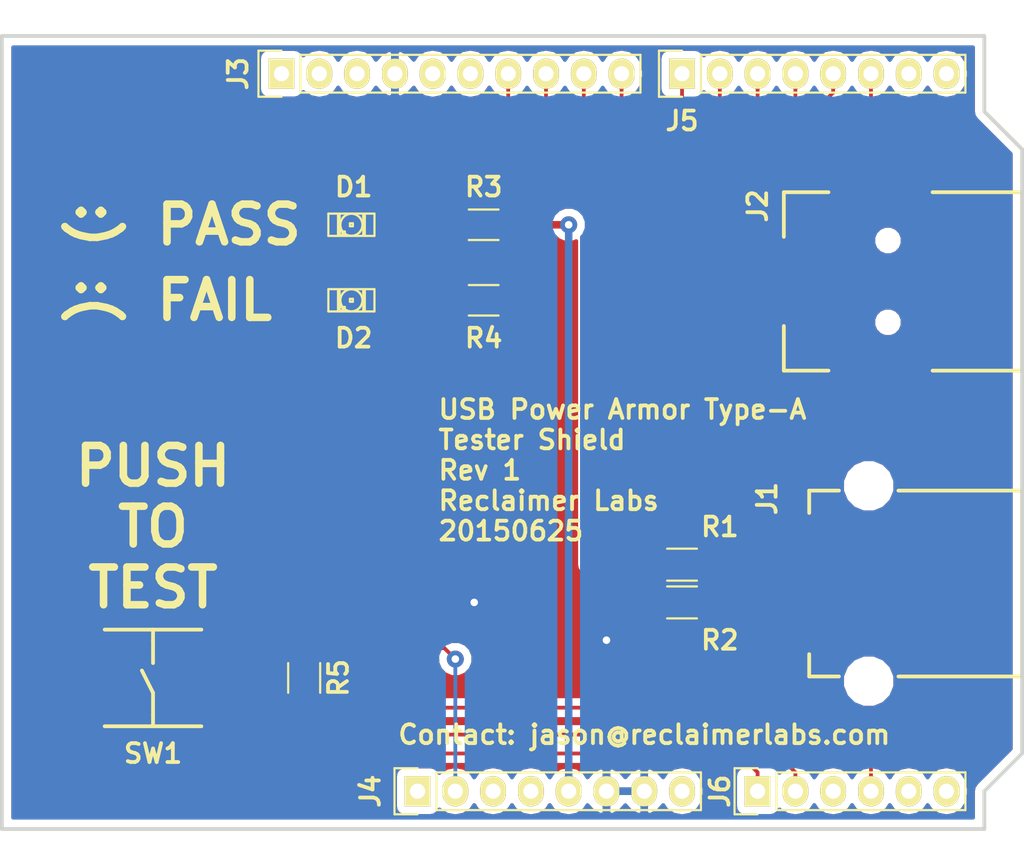
<source format=kicad_pcb>
(kicad_pcb (version 4) (host pcbnew "(2015-06-14 BZR 5747, Git dc9ebf3)-product")

  (general
    (links 0)
    (no_connects 2)
    (area 40.512999 63.372999 109.588601 116.967001)
    (thickness 1.6)
    (drawings 15)
    (tracks 120)
    (zones 0)
    (modules 15)
    (nets 34)
  )

  (page A4)
  (layers
    (0 F.Cu signal)
    (31 B.Cu signal)
    (32 B.Adhes user)
    (33 F.Adhes user)
    (34 B.Paste user)
    (35 F.Paste user)
    (36 B.SilkS user)
    (37 F.SilkS user)
    (38 B.Mask user)
    (39 F.Mask user)
    (40 Dwgs.User user)
    (41 Cmts.User user)
    (42 Eco1.User user)
    (43 Eco2.User user)
    (44 Edge.Cuts user)
    (45 Margin user)
    (46 B.CrtYd user)
    (47 F.CrtYd user)
    (48 B.Fab user)
    (49 F.Fab user)
  )

  (setup
    (last_trace_width 0.508)
    (trace_clearance 0.254)
    (zone_clearance 0.508)
    (zone_45_only no)
    (trace_min 0.254)
    (segment_width 0.254)
    (edge_width 0.254)
    (via_size 1.143)
    (via_drill 0.508)
    (via_min_size 1.016)
    (via_min_drill 0.508)
    (uvia_size 0.3)
    (uvia_drill 0.1)
    (uvias_allowed no)
    (uvia_min_size 0.2)
    (uvia_min_drill 0.1)
    (pcb_text_width 0.254)
    (pcb_text_size 1.27 1.27)
    (mod_edge_width 0.254)
    (mod_text_size 1.27 1.27)
    (mod_text_width 0.254)
    (pad_size 1.5 1.5)
    (pad_drill 0.6)
    (pad_to_mask_clearance 0)
    (aux_axis_origin 0 0)
    (visible_elements 7FFEFFFF)
    (pcbplotparams
      (layerselection 0x010f8_80000001)
      (usegerberextensions true)
      (gerberprecision 5)
      (excludeedgelayer true)
      (linewidth 0.254000)
      (plotframeref false)
      (viasonmask false)
      (mode 1)
      (useauxorigin false)
      (hpglpennumber 1)
      (hpglpenspeed 20)
      (hpglpendiameter 15)
      (hpglpenoverlay 2)
      (psnegative false)
      (psa4output false)
      (plotreference true)
      (plotvalue false)
      (plotinvisibletext false)
      (padsonsilk false)
      (subtractmaskfromsilk true)
      (outputformat 1)
      (mirror false)
      (drillshape 0)
      (scaleselection 1)
      (outputdirectory gerber/))
  )

  (net 0 "")
  (net 1 "Net-(D1-Pad2)")
  (net 2 /A1)
  (net 3 "Net-(D2-Pad2)")
  (net 4 /A0)
  (net 5 /D6)
  (net 6 /D7)
  (net 7 /D8)
  (net 8 /D9)
  (net 9 /D2)
  (net 10 /D3)
  (net 11 /D4)
  (net 12 /D5)
  (net 13 "Net-(J2-Pad5)")
  (net 14 /SCL)
  (net 15 /SDA)
  (net 16 /AREF)
  (net 17 GND)
  (net 18 /D13)
  (net 19 /D12)
  (net 20 /D11)
  (net 21 /D10)
  (net 22 "Net-(J4-Pad1)")
  (net 23 /IOREF)
  (net 24 /RESET)
  (net 25 +3V3)
  (net 26 +5V)
  (net 27 /VIN)
  (net 28 /D1)
  (net 29 /D0)
  (net 30 /A2)
  (net 31 /A3)
  (net 32 /A4)
  (net 33 /A5)

  (net_class Default "This is the default net class."
    (clearance 0.254)
    (trace_width 0.254)
    (via_dia 1.143)
    (via_drill 0.508)
    (uvia_dia 0.3)
    (uvia_drill 0.1)
    (add_net +3V3)
    (add_net +5V)
    (add_net /A0)
    (add_net /A1)
    (add_net /A2)
    (add_net /A3)
    (add_net /A4)
    (add_net /A5)
    (add_net /AREF)
    (add_net /D0)
    (add_net /D1)
    (add_net /D10)
    (add_net /D11)
    (add_net /D12)
    (add_net /D13)
    (add_net /D2)
    (add_net /D3)
    (add_net /D4)
    (add_net /D5)
    (add_net /D6)
    (add_net /D7)
    (add_net /D8)
    (add_net /D9)
    (add_net /IOREF)
    (add_net /RESET)
    (add_net /SCL)
    (add_net /SDA)
    (add_net /VIN)
    (add_net GND)
    (add_net "Net-(D1-Pad2)")
    (add_net "Net-(D2-Pad2)")
    (add_net "Net-(J2-Pad5)")
    (add_net "Net-(J4-Pad1)")
  )

  (module Pin_Headers:Pin_Header_Straight_1x06 (layer F.Cu) (tedit 558BA8DB) (tstamp 558B9F09)
    (at 91.44 114.3 90)
    (descr "Through hole pin header")
    (tags "pin header")
    (path /558B9609)
    (fp_text reference J6 (at 0 -2.54 90) (layer F.SilkS)
      (effects (font (size 1.27 1.27) (thickness 0.254)))
    )
    (fp_text value CONN_01X06 (at 0 -3.1 90) (layer F.Fab)
      (effects (font (size 1 1) (thickness 0.15)))
    )
    (fp_line (start -1.75 -1.75) (end -1.75 14.45) (layer F.CrtYd) (width 0.05))
    (fp_line (start 1.75 -1.75) (end 1.75 14.45) (layer F.CrtYd) (width 0.05))
    (fp_line (start -1.75 -1.75) (end 1.75 -1.75) (layer F.CrtYd) (width 0.05))
    (fp_line (start -1.75 14.45) (end 1.75 14.45) (layer F.CrtYd) (width 0.05))
    (fp_line (start 1.27 1.27) (end 1.27 13.97) (layer F.SilkS) (width 0.15))
    (fp_line (start 1.27 13.97) (end -1.27 13.97) (layer F.SilkS) (width 0.15))
    (fp_line (start -1.27 13.97) (end -1.27 1.27) (layer F.SilkS) (width 0.15))
    (fp_line (start 1.55 -1.55) (end 1.55 0) (layer F.SilkS) (width 0.15))
    (fp_line (start 1.27 1.27) (end -1.27 1.27) (layer F.SilkS) (width 0.15))
    (fp_line (start -1.55 0) (end -1.55 -1.55) (layer F.SilkS) (width 0.15))
    (fp_line (start -1.55 -1.55) (end 1.55 -1.55) (layer F.SilkS) (width 0.15))
    (pad 1 thru_hole rect (at 0 0 90) (size 2.032 1.7272) (drill 1.016) (layers *.Cu *.Mask F.SilkS)
      (net 4 /A0))
    (pad 2 thru_hole oval (at 0 2.54 90) (size 2.032 1.7272) (drill 1.016) (layers *.Cu *.Mask F.SilkS)
      (net 2 /A1))
    (pad 3 thru_hole oval (at 0 5.08 90) (size 2.032 1.7272) (drill 1.016) (layers *.Cu *.Mask F.SilkS)
      (net 30 /A2))
    (pad 4 thru_hole oval (at 0 7.62 90) (size 2.032 1.7272) (drill 1.016) (layers *.Cu *.Mask F.SilkS)
      (net 31 /A3))
    (pad 5 thru_hole oval (at 0 10.16 90) (size 2.032 1.7272) (drill 1.016) (layers *.Cu *.Mask F.SilkS)
      (net 32 /A4))
    (pad 6 thru_hole oval (at 0 12.7 90) (size 2.032 1.7272) (drill 1.016) (layers *.Cu *.Mask F.SilkS)
      (net 33 /A5))
    (model Pin_Headers.3dshapes/Pin_Header_Straight_1x06.wrl
      (at (xyz 0 -0.25 0))
      (scale (xyz 1 1 1))
      (rotate (xyz 0 0 90))
    )
  )

  (module LEDs:LED-1206 (layer F.Cu) (tedit 558BA8F5) (tstamp 558B9EBB)
    (at 64.135 76.2)
    (descr "LED 1206 smd package")
    (tags "LED1206 SMD")
    (path /558B932B)
    (attr smd)
    (fp_text reference D1 (at 0.14986 -2.54) (layer F.SilkS)
      (effects (font (size 1.27 1.27) (thickness 0.254)))
    )
    (fp_text value LED (at 0 1.65) (layer F.Fab)
      (effects (font (size 1 1) (thickness 0.15)))
    )
    (fp_line (start 0.09906 0.09906) (end -0.09906 0.09906) (layer F.SilkS) (width 0.15))
    (fp_line (start -0.09906 0.09906) (end -0.09906 -0.09906) (layer F.SilkS) (width 0.15))
    (fp_line (start 0.09906 -0.09906) (end -0.09906 -0.09906) (layer F.SilkS) (width 0.15))
    (fp_line (start 0.09906 0.09906) (end 0.09906 -0.09906) (layer F.SilkS) (width 0.15))
    (fp_line (start -0.44958 0.6985) (end -0.79756 0.6985) (layer F.SilkS) (width 0.15))
    (fp_line (start -0.79756 0.6985) (end -0.79756 0.44958) (layer F.SilkS) (width 0.15))
    (fp_line (start -0.44958 0.44958) (end -0.79756 0.44958) (layer F.SilkS) (width 0.15))
    (fp_line (start -0.44958 0.6985) (end -0.44958 0.44958) (layer F.SilkS) (width 0.15))
    (fp_line (start -0.79756 0.6985) (end -0.89916 0.6985) (layer F.SilkS) (width 0.15))
    (fp_line (start -0.89916 0.6985) (end -0.89916 -0.49784) (layer F.SilkS) (width 0.15))
    (fp_line (start -0.79756 -0.49784) (end -0.89916 -0.49784) (layer F.SilkS) (width 0.15))
    (fp_line (start -0.79756 0.6985) (end -0.79756 -0.49784) (layer F.SilkS) (width 0.15))
    (fp_line (start -0.79756 -0.54864) (end -0.89916 -0.54864) (layer F.SilkS) (width 0.15))
    (fp_line (start -0.89916 -0.54864) (end -0.89916 -0.6985) (layer F.SilkS) (width 0.15))
    (fp_line (start -0.79756 -0.6985) (end -0.89916 -0.6985) (layer F.SilkS) (width 0.15))
    (fp_line (start -0.79756 -0.54864) (end -0.79756 -0.6985) (layer F.SilkS) (width 0.15))
    (fp_line (start 0.89916 0.6985) (end 0.79756 0.6985) (layer F.SilkS) (width 0.15))
    (fp_line (start 0.79756 0.6985) (end 0.79756 -0.49784) (layer F.SilkS) (width 0.15))
    (fp_line (start 0.89916 -0.49784) (end 0.79756 -0.49784) (layer F.SilkS) (width 0.15))
    (fp_line (start 0.89916 0.6985) (end 0.89916 -0.49784) (layer F.SilkS) (width 0.15))
    (fp_line (start 0.89916 -0.54864) (end 0.79756 -0.54864) (layer F.SilkS) (width 0.15))
    (fp_line (start 0.79756 -0.54864) (end 0.79756 -0.6985) (layer F.SilkS) (width 0.15))
    (fp_line (start 0.89916 -0.6985) (end 0.79756 -0.6985) (layer F.SilkS) (width 0.15))
    (fp_line (start 0.89916 -0.54864) (end 0.89916 -0.6985) (layer F.SilkS) (width 0.15))
    (fp_line (start -0.44958 0.6985) (end -0.59944 0.6985) (layer F.SilkS) (width 0.15))
    (fp_line (start -0.59944 0.6985) (end -0.59944 0.44958) (layer F.SilkS) (width 0.15))
    (fp_line (start -0.44958 0.44958) (end -0.59944 0.44958) (layer F.SilkS) (width 0.15))
    (fp_line (start -0.44958 0.6985) (end -0.44958 0.44958) (layer F.SilkS) (width 0.15))
    (fp_line (start -1.5494 0.7493) (end 1.5494 0.7493) (layer F.SilkS) (width 0.15))
    (fp_line (start 1.5494 0.7493) (end 1.5494 -0.7493) (layer F.SilkS) (width 0.15))
    (fp_line (start 1.5494 -0.7493) (end -1.5494 -0.7493) (layer F.SilkS) (width 0.15))
    (fp_line (start -1.5494 -0.7493) (end -1.5494 0.7493) (layer F.SilkS) (width 0.15))
    (fp_arc (start 0 0) (end -0.54864 0.49784) (angle -95.4) (layer F.SilkS) (width 0.15))
    (fp_arc (start 0 0) (end 0.54864 0.49784) (angle -84.5) (layer F.SilkS) (width 0.15))
    (fp_arc (start 0 0) (end 0.54864 -0.49784) (angle -95.4) (layer F.SilkS) (width 0.15))
    (fp_arc (start 0 0) (end -0.54864 -0.49784) (angle -84.5) (layer F.SilkS) (width 0.15))
    (pad 2 smd rect (at 1.41986 0 180) (size 1.59766 1.80086) (layers F.Cu F.Paste F.Mask)
      (net 1 "Net-(D1-Pad2)"))
    (pad 1 smd rect (at -1.41986 0 180) (size 1.59766 1.80086) (layers F.Cu F.Paste F.Mask)
      (net 4 /A0))
  )

  (module LEDs:LED-1206 (layer F.Cu) (tedit 558BA8F7) (tstamp 558B9EC1)
    (at 64.135 81.28)
    (descr "LED 1206 smd package")
    (tags "LED1206 SMD")
    (path /558B9374)
    (attr smd)
    (fp_text reference D2 (at 0.14986 2.54) (layer F.SilkS)
      (effects (font (size 1.27 1.27) (thickness 0.254)))
    )
    (fp_text value LED (at 0 1.65) (layer F.Fab)
      (effects (font (size 1 1) (thickness 0.15)))
    )
    (fp_line (start 0.09906 0.09906) (end -0.09906 0.09906) (layer F.SilkS) (width 0.15))
    (fp_line (start -0.09906 0.09906) (end -0.09906 -0.09906) (layer F.SilkS) (width 0.15))
    (fp_line (start 0.09906 -0.09906) (end -0.09906 -0.09906) (layer F.SilkS) (width 0.15))
    (fp_line (start 0.09906 0.09906) (end 0.09906 -0.09906) (layer F.SilkS) (width 0.15))
    (fp_line (start -0.44958 0.6985) (end -0.79756 0.6985) (layer F.SilkS) (width 0.15))
    (fp_line (start -0.79756 0.6985) (end -0.79756 0.44958) (layer F.SilkS) (width 0.15))
    (fp_line (start -0.44958 0.44958) (end -0.79756 0.44958) (layer F.SilkS) (width 0.15))
    (fp_line (start -0.44958 0.6985) (end -0.44958 0.44958) (layer F.SilkS) (width 0.15))
    (fp_line (start -0.79756 0.6985) (end -0.89916 0.6985) (layer F.SilkS) (width 0.15))
    (fp_line (start -0.89916 0.6985) (end -0.89916 -0.49784) (layer F.SilkS) (width 0.15))
    (fp_line (start -0.79756 -0.49784) (end -0.89916 -0.49784) (layer F.SilkS) (width 0.15))
    (fp_line (start -0.79756 0.6985) (end -0.79756 -0.49784) (layer F.SilkS) (width 0.15))
    (fp_line (start -0.79756 -0.54864) (end -0.89916 -0.54864) (layer F.SilkS) (width 0.15))
    (fp_line (start -0.89916 -0.54864) (end -0.89916 -0.6985) (layer F.SilkS) (width 0.15))
    (fp_line (start -0.79756 -0.6985) (end -0.89916 -0.6985) (layer F.SilkS) (width 0.15))
    (fp_line (start -0.79756 -0.54864) (end -0.79756 -0.6985) (layer F.SilkS) (width 0.15))
    (fp_line (start 0.89916 0.6985) (end 0.79756 0.6985) (layer F.SilkS) (width 0.15))
    (fp_line (start 0.79756 0.6985) (end 0.79756 -0.49784) (layer F.SilkS) (width 0.15))
    (fp_line (start 0.89916 -0.49784) (end 0.79756 -0.49784) (layer F.SilkS) (width 0.15))
    (fp_line (start 0.89916 0.6985) (end 0.89916 -0.49784) (layer F.SilkS) (width 0.15))
    (fp_line (start 0.89916 -0.54864) (end 0.79756 -0.54864) (layer F.SilkS) (width 0.15))
    (fp_line (start 0.79756 -0.54864) (end 0.79756 -0.6985) (layer F.SilkS) (width 0.15))
    (fp_line (start 0.89916 -0.6985) (end 0.79756 -0.6985) (layer F.SilkS) (width 0.15))
    (fp_line (start 0.89916 -0.54864) (end 0.89916 -0.6985) (layer F.SilkS) (width 0.15))
    (fp_line (start -0.44958 0.6985) (end -0.59944 0.6985) (layer F.SilkS) (width 0.15))
    (fp_line (start -0.59944 0.6985) (end -0.59944 0.44958) (layer F.SilkS) (width 0.15))
    (fp_line (start -0.44958 0.44958) (end -0.59944 0.44958) (layer F.SilkS) (width 0.15))
    (fp_line (start -0.44958 0.6985) (end -0.44958 0.44958) (layer F.SilkS) (width 0.15))
    (fp_line (start -1.5494 0.7493) (end 1.5494 0.7493) (layer F.SilkS) (width 0.15))
    (fp_line (start 1.5494 0.7493) (end 1.5494 -0.7493) (layer F.SilkS) (width 0.15))
    (fp_line (start 1.5494 -0.7493) (end -1.5494 -0.7493) (layer F.SilkS) (width 0.15))
    (fp_line (start -1.5494 -0.7493) (end -1.5494 0.7493) (layer F.SilkS) (width 0.15))
    (fp_arc (start 0 0) (end -0.54864 0.49784) (angle -95.4) (layer F.SilkS) (width 0.15))
    (fp_arc (start 0 0) (end 0.54864 0.49784) (angle -84.5) (layer F.SilkS) (width 0.15))
    (fp_arc (start 0 0) (end 0.54864 -0.49784) (angle -95.4) (layer F.SilkS) (width 0.15))
    (fp_arc (start 0 0) (end -0.54864 -0.49784) (angle -84.5) (layer F.SilkS) (width 0.15))
    (pad 2 smd rect (at 1.41986 0 180) (size 1.59766 1.80086) (layers F.Cu F.Paste F.Mask)
      (net 3 "Net-(D2-Pad2)"))
    (pad 1 smd rect (at -1.41986 0 180) (size 1.59766 1.80086) (layers F.Cu F.Paste F.Mask)
      (net 2 /A1))
  )

  (module Jason_Libraries:USB-B_SMT_4pin (layer F.Cu) (tedit 558BA8C2) (tstamp 558B9ED9)
    (at 100.203 80.01 270)
    (path /558B8F7F)
    (fp_text reference J2 (at -5.08 8.763 450) (layer F.SilkS)
      (effects (font (size 1.27 1.27) (thickness 0.254)))
    )
    (fp_text value USB_B (at 10 0 360) (layer F.Fab)
      (effects (font (size 1.016 1.016) (thickness 0.254)))
    )
    (fp_line (start 3 7) (end 6 7) (layer F.SilkS) (width 0.254))
    (fp_line (start 6 7) (end 6 4) (layer F.SilkS) (width 0.254))
    (fp_line (start -6 4) (end -6 7) (layer F.SilkS) (width 0.254))
    (fp_line (start -6 7) (end -3 7) (layer F.SilkS) (width 0.254))
    (fp_line (start -6 -3) (end -6 -9) (layer F.SilkS) (width 0.254))
    (fp_line (start -6 -9) (end 6 -9) (layer F.SilkS) (width 0.254))
    (fp_line (start 6 -9) (end 6 -3) (layer F.SilkS) (width 0.254))
    (pad 1 smd rect (at -1.87 7 270) (size 0.7 3) (layers F.Cu F.Paste F.Mask)
      (net 9 /D2))
    (pad 2 smd rect (at 0.62 7 270) (size 0.7 3) (layers F.Cu F.Paste F.Mask)
      (net 11 /D4))
    (pad 3 smd rect (at 1.87 7 270) (size 0.7 3) (layers F.Cu F.Paste F.Mask)
      (net 12 /D5))
    (pad 4 smd rect (at -0.62 7 270) (size 0.7 3) (layers F.Cu F.Paste F.Mask)
      (net 10 /D3))
    (pad 5 smd rect (at -6.79 0.58 270) (size 3.4 6.04) (layers F.Cu F.Paste F.Mask)
      (net 13 "Net-(J2-Pad5)"))
    (pad 5 smd rect (at 6.79 0.58 270) (size 3.4 6.04) (layers F.Cu F.Paste F.Mask)
      (net 13 "Net-(J2-Pad5)"))
    (pad "" np_thru_hole circle (at -2.75 0 270) (size 0.7 0.7) (drill 0.7) (layers *.Cu *.Mask F.SilkS))
    (pad "" np_thru_hole circle (at 2.75 0 270) (size 0.7 0.7) (drill 0.7) (layers *.Cu *.Mask F.SilkS))
  )

  (module Pin_Headers:Pin_Header_Straight_1x10 (layer F.Cu) (tedit 558BA8D7) (tstamp 558B9EE7)
    (at 59.436 66.04 90)
    (descr "Through hole pin header")
    (tags "pin header")
    (path /558B96D6)
    (fp_text reference J3 (at 0 -2.921 90) (layer F.SilkS)
      (effects (font (size 1.27 1.27) (thickness 0.254)))
    )
    (fp_text value CONN_01X10 (at 0 -3.1 90) (layer F.Fab)
      (effects (font (size 1 1) (thickness 0.15)))
    )
    (fp_line (start -1.75 -1.75) (end -1.75 24.65) (layer F.CrtYd) (width 0.05))
    (fp_line (start 1.75 -1.75) (end 1.75 24.65) (layer F.CrtYd) (width 0.05))
    (fp_line (start -1.75 -1.75) (end 1.75 -1.75) (layer F.CrtYd) (width 0.05))
    (fp_line (start -1.75 24.65) (end 1.75 24.65) (layer F.CrtYd) (width 0.05))
    (fp_line (start 1.27 1.27) (end 1.27 24.13) (layer F.SilkS) (width 0.15))
    (fp_line (start 1.27 24.13) (end -1.27 24.13) (layer F.SilkS) (width 0.15))
    (fp_line (start -1.27 24.13) (end -1.27 1.27) (layer F.SilkS) (width 0.15))
    (fp_line (start 1.55 -1.55) (end 1.55 0) (layer F.SilkS) (width 0.15))
    (fp_line (start 1.27 1.27) (end -1.27 1.27) (layer F.SilkS) (width 0.15))
    (fp_line (start -1.55 0) (end -1.55 -1.55) (layer F.SilkS) (width 0.15))
    (fp_line (start -1.55 -1.55) (end 1.55 -1.55) (layer F.SilkS) (width 0.15))
    (pad 1 thru_hole rect (at 0 0 90) (size 2.032 1.7272) (drill 1.016) (layers *.Cu *.Mask F.SilkS)
      (net 14 /SCL))
    (pad 2 thru_hole oval (at 0 2.54 90) (size 2.032 1.7272) (drill 1.016) (layers *.Cu *.Mask F.SilkS)
      (net 15 /SDA))
    (pad 3 thru_hole oval (at 0 5.08 90) (size 2.032 1.7272) (drill 1.016) (layers *.Cu *.Mask F.SilkS)
      (net 16 /AREF))
    (pad 4 thru_hole oval (at 0 7.62 90) (size 2.032 1.7272) (drill 1.016) (layers *.Cu *.Mask F.SilkS)
      (net 17 GND))
    (pad 5 thru_hole oval (at 0 10.16 90) (size 2.032 1.7272) (drill 1.016) (layers *.Cu *.Mask F.SilkS)
      (net 18 /D13))
    (pad 6 thru_hole oval (at 0 12.7 90) (size 2.032 1.7272) (drill 1.016) (layers *.Cu *.Mask F.SilkS)
      (net 19 /D12))
    (pad 7 thru_hole oval (at 0 15.24 90) (size 2.032 1.7272) (drill 1.016) (layers *.Cu *.Mask F.SilkS)
      (net 20 /D11))
    (pad 8 thru_hole oval (at 0 17.78 90) (size 2.032 1.7272) (drill 1.016) (layers *.Cu *.Mask F.SilkS)
      (net 21 /D10))
    (pad 9 thru_hole oval (at 0 20.32 90) (size 2.032 1.7272) (drill 1.016) (layers *.Cu *.Mask F.SilkS)
      (net 8 /D9))
    (pad 10 thru_hole oval (at 0 22.86 90) (size 2.032 1.7272) (drill 1.016) (layers *.Cu *.Mask F.SilkS)
      (net 7 /D8))
    (model Pin_Headers.3dshapes/Pin_Header_Straight_1x10.wrl
      (at (xyz 0 -0.45 0))
      (scale (xyz 1 1 1))
      (rotate (xyz 0 0 90))
    )
  )

  (module Pin_Headers:Pin_Header_Straight_1x08 (layer F.Cu) (tedit 558BA8E0) (tstamp 558B9EF3)
    (at 68.58 114.3 90)
    (descr "Through hole pin header")
    (tags "pin header")
    (path /558B9731)
    (fp_text reference J4 (at 0 -3.175 90) (layer F.SilkS)
      (effects (font (size 1.27 1.27) (thickness 0.254)))
    )
    (fp_text value CONN_01X08 (at 0 -3.1 90) (layer F.Fab)
      (effects (font (size 1 1) (thickness 0.15)))
    )
    (fp_line (start -1.75 -1.75) (end -1.75 19.55) (layer F.CrtYd) (width 0.05))
    (fp_line (start 1.75 -1.75) (end 1.75 19.55) (layer F.CrtYd) (width 0.05))
    (fp_line (start -1.75 -1.75) (end 1.75 -1.75) (layer F.CrtYd) (width 0.05))
    (fp_line (start -1.75 19.55) (end 1.75 19.55) (layer F.CrtYd) (width 0.05))
    (fp_line (start 1.27 1.27) (end 1.27 19.05) (layer F.SilkS) (width 0.15))
    (fp_line (start 1.27 19.05) (end -1.27 19.05) (layer F.SilkS) (width 0.15))
    (fp_line (start -1.27 19.05) (end -1.27 1.27) (layer F.SilkS) (width 0.15))
    (fp_line (start 1.55 -1.55) (end 1.55 0) (layer F.SilkS) (width 0.15))
    (fp_line (start 1.27 1.27) (end -1.27 1.27) (layer F.SilkS) (width 0.15))
    (fp_line (start -1.55 0) (end -1.55 -1.55) (layer F.SilkS) (width 0.15))
    (fp_line (start -1.55 -1.55) (end 1.55 -1.55) (layer F.SilkS) (width 0.15))
    (pad 1 thru_hole rect (at 0 0 90) (size 2.032 1.7272) (drill 1.016) (layers *.Cu *.Mask F.SilkS)
      (net 22 "Net-(J4-Pad1)"))
    (pad 2 thru_hole oval (at 0 2.54 90) (size 2.032 1.7272) (drill 1.016) (layers *.Cu *.Mask F.SilkS)
      (net 23 /IOREF))
    (pad 3 thru_hole oval (at 0 5.08 90) (size 2.032 1.7272) (drill 1.016) (layers *.Cu *.Mask F.SilkS)
      (net 24 /RESET))
    (pad 4 thru_hole oval (at 0 7.62 90) (size 2.032 1.7272) (drill 1.016) (layers *.Cu *.Mask F.SilkS)
      (net 25 +3V3))
    (pad 5 thru_hole oval (at 0 10.16 90) (size 2.032 1.7272) (drill 1.016) (layers *.Cu *.Mask F.SilkS)
      (net 26 +5V))
    (pad 6 thru_hole oval (at 0 12.7 90) (size 2.032 1.7272) (drill 1.016) (layers *.Cu *.Mask F.SilkS)
      (net 17 GND))
    (pad 7 thru_hole oval (at 0 15.24 90) (size 2.032 1.7272) (drill 1.016) (layers *.Cu *.Mask F.SilkS)
      (net 17 GND))
    (pad 8 thru_hole oval (at 0 17.78 90) (size 2.032 1.7272) (drill 1.016) (layers *.Cu *.Mask F.SilkS)
      (net 27 /VIN))
    (model Pin_Headers.3dshapes/Pin_Header_Straight_1x08.wrl
      (at (xyz 0 -0.35 0))
      (scale (xyz 1 1 1))
      (rotate (xyz 0 0 90))
    )
  )

  (module Pin_Headers:Pin_Header_Straight_1x08 (layer F.Cu) (tedit 558BA8D2) (tstamp 558B9EFF)
    (at 86.36 66.04 90)
    (descr "Through hole pin header")
    (tags "pin header")
    (path /558B96A9)
    (fp_text reference J5 (at -3.175 0 180) (layer F.SilkS)
      (effects (font (size 1.27 1.27) (thickness 0.254)))
    )
    (fp_text value CONN_01X08 (at 0 -3.1 90) (layer F.Fab)
      (effects (font (size 1 1) (thickness 0.15)))
    )
    (fp_line (start -1.75 -1.75) (end -1.75 19.55) (layer F.CrtYd) (width 0.05))
    (fp_line (start 1.75 -1.75) (end 1.75 19.55) (layer F.CrtYd) (width 0.05))
    (fp_line (start -1.75 -1.75) (end 1.75 -1.75) (layer F.CrtYd) (width 0.05))
    (fp_line (start -1.75 19.55) (end 1.75 19.55) (layer F.CrtYd) (width 0.05))
    (fp_line (start 1.27 1.27) (end 1.27 19.05) (layer F.SilkS) (width 0.15))
    (fp_line (start 1.27 19.05) (end -1.27 19.05) (layer F.SilkS) (width 0.15))
    (fp_line (start -1.27 19.05) (end -1.27 1.27) (layer F.SilkS) (width 0.15))
    (fp_line (start 1.55 -1.55) (end 1.55 0) (layer F.SilkS) (width 0.15))
    (fp_line (start 1.27 1.27) (end -1.27 1.27) (layer F.SilkS) (width 0.15))
    (fp_line (start -1.55 0) (end -1.55 -1.55) (layer F.SilkS) (width 0.15))
    (fp_line (start -1.55 -1.55) (end 1.55 -1.55) (layer F.SilkS) (width 0.15))
    (pad 1 thru_hole rect (at 0 0 90) (size 2.032 1.7272) (drill 1.016) (layers *.Cu *.Mask F.SilkS)
      (net 6 /D7))
    (pad 2 thru_hole oval (at 0 2.54 90) (size 2.032 1.7272) (drill 1.016) (layers *.Cu *.Mask F.SilkS)
      (net 5 /D6))
    (pad 3 thru_hole oval (at 0 5.08 90) (size 2.032 1.7272) (drill 1.016) (layers *.Cu *.Mask F.SilkS)
      (net 12 /D5))
    (pad 4 thru_hole oval (at 0 7.62 90) (size 2.032 1.7272) (drill 1.016) (layers *.Cu *.Mask F.SilkS)
      (net 11 /D4))
    (pad 5 thru_hole oval (at 0 10.16 90) (size 2.032 1.7272) (drill 1.016) (layers *.Cu *.Mask F.SilkS)
      (net 10 /D3))
    (pad 6 thru_hole oval (at 0 12.7 90) (size 2.032 1.7272) (drill 1.016) (layers *.Cu *.Mask F.SilkS)
      (net 9 /D2))
    (pad 7 thru_hole oval (at 0 15.24 90) (size 2.032 1.7272) (drill 1.016) (layers *.Cu *.Mask F.SilkS)
      (net 28 /D1))
    (pad 8 thru_hole oval (at 0 17.78 90) (size 2.032 1.7272) (drill 1.016) (layers *.Cu *.Mask F.SilkS)
      (net 29 /D0))
    (model Pin_Headers.3dshapes/Pin_Header_Straight_1x08.wrl
      (at (xyz 0 -0.35 0))
      (scale (xyz 1 1 1))
      (rotate (xyz 0 0 90))
    )
  )

  (module Resistors_SMD:R_1206_HandSoldering (layer F.Cu) (tedit 558BA8B9) (tstamp 558B9F0F)
    (at 86.36 99.06)
    (descr "Resistor SMD 1206, hand soldering")
    (tags "resistor 1206")
    (path /558B9185)
    (attr smd)
    (fp_text reference R1 (at 2.54 -2.54) (layer F.SilkS)
      (effects (font (size 1.27 1.27) (thickness 0.254)))
    )
    (fp_text value 1M (at 0 2.3) (layer F.Fab)
      (effects (font (size 1 1) (thickness 0.15)))
    )
    (fp_line (start -3.3 -1.2) (end 3.3 -1.2) (layer F.CrtYd) (width 0.05))
    (fp_line (start -3.3 1.2) (end 3.3 1.2) (layer F.CrtYd) (width 0.05))
    (fp_line (start -3.3 -1.2) (end -3.3 1.2) (layer F.CrtYd) (width 0.05))
    (fp_line (start 3.3 -1.2) (end 3.3 1.2) (layer F.CrtYd) (width 0.05))
    (fp_line (start 1 1.075) (end -1 1.075) (layer F.SilkS) (width 0.15))
    (fp_line (start -1 -1.075) (end 1 -1.075) (layer F.SilkS) (width 0.15))
    (pad 1 smd rect (at -2 0) (size 2 1.7) (layers F.Cu F.Paste F.Mask)
      (net 21 /D10))
    (pad 2 smd rect (at 2 0) (size 2 1.7) (layers F.Cu F.Paste F.Mask)
      (net 6 /D7))
    (model Resistors_SMD.3dshapes/R_1206_HandSoldering.wrl
      (at (xyz 0 0 0))
      (scale (xyz 1 1 1))
      (rotate (xyz 0 0 0))
    )
  )

  (module Resistors_SMD:R_1206_HandSoldering (layer F.Cu) (tedit 558BA8B6) (tstamp 558B9F15)
    (at 86.36 101.6)
    (descr "Resistor SMD 1206, hand soldering")
    (tags "resistor 1206")
    (path /558B92B8)
    (attr smd)
    (fp_text reference R2 (at 2.54 2.54) (layer F.SilkS)
      (effects (font (size 1.27 1.27) (thickness 0.254)))
    )
    (fp_text value 1M (at 0 2.3) (layer F.Fab)
      (effects (font (size 1 1) (thickness 0.15)))
    )
    (fp_line (start -3.3 -1.2) (end 3.3 -1.2) (layer F.CrtYd) (width 0.05))
    (fp_line (start -3.3 1.2) (end 3.3 1.2) (layer F.CrtYd) (width 0.05))
    (fp_line (start -3.3 -1.2) (end -3.3 1.2) (layer F.CrtYd) (width 0.05))
    (fp_line (start 3.3 -1.2) (end 3.3 1.2) (layer F.CrtYd) (width 0.05))
    (fp_line (start 1 1.075) (end -1 1.075) (layer F.SilkS) (width 0.15))
    (fp_line (start -1 -1.075) (end 1 -1.075) (layer F.SilkS) (width 0.15))
    (pad 1 smd rect (at -2 0) (size 2 1.7) (layers F.Cu F.Paste F.Mask)
      (net 20 /D11))
    (pad 2 smd rect (at 2 0) (size 2 1.7) (layers F.Cu F.Paste F.Mask)
      (net 7 /D8))
    (model Resistors_SMD.3dshapes/R_1206_HandSoldering.wrl
      (at (xyz 0 0 0))
      (scale (xyz 1 1 1))
      (rotate (xyz 0 0 0))
    )
  )

  (module Capacitors_SMD:C_1206_HandSoldering (layer F.Cu) (tedit 558BA8F2) (tstamp 558B9F1B)
    (at 73.025 76.2 180)
    (descr "Capacitor SMD 1206, hand soldering")
    (tags "capacitor 1206")
    (path /558B92DB)
    (attr smd)
    (fp_text reference R3 (at 0 2.54 180) (layer F.SilkS)
      (effects (font (size 1.27 1.27) (thickness 0.254)))
    )
    (fp_text value 330R (at 0 2.3 180) (layer F.Fab)
      (effects (font (size 1 1) (thickness 0.15)))
    )
    (fp_line (start -3.3 -1.15) (end 3.3 -1.15) (layer F.CrtYd) (width 0.05))
    (fp_line (start -3.3 1.15) (end 3.3 1.15) (layer F.CrtYd) (width 0.05))
    (fp_line (start -3.3 -1.15) (end -3.3 1.15) (layer F.CrtYd) (width 0.05))
    (fp_line (start 3.3 -1.15) (end 3.3 1.15) (layer F.CrtYd) (width 0.05))
    (fp_line (start 1 -1.025) (end -1 -1.025) (layer F.SilkS) (width 0.15))
    (fp_line (start -1 1.025) (end 1 1.025) (layer F.SilkS) (width 0.15))
    (pad 1 smd rect (at -2 0 180) (size 2 1.6) (layers F.Cu F.Paste F.Mask)
      (net 26 +5V))
    (pad 2 smd rect (at 2 0 180) (size 2 1.6) (layers F.Cu F.Paste F.Mask)
      (net 1 "Net-(D1-Pad2)"))
    (model Capacitors_SMD.3dshapes/C_1206_HandSoldering.wrl
      (at (xyz 0 0 0))
      (scale (xyz 1 1 1))
      (rotate (xyz 0 0 0))
    )
  )

  (module Capacitors_SMD:C_1206_HandSoldering (layer F.Cu) (tedit 558BA8F9) (tstamp 558B9F21)
    (at 73.025 81.28 180)
    (descr "Capacitor SMD 1206, hand soldering")
    (tags "capacitor 1206")
    (path /558B92FC)
    (attr smd)
    (fp_text reference R4 (at 0 -2.54 180) (layer F.SilkS)
      (effects (font (size 1.27 1.27) (thickness 0.254)))
    )
    (fp_text value 330R (at 0 2.3 180) (layer F.Fab)
      (effects (font (size 1 1) (thickness 0.15)))
    )
    (fp_line (start -3.3 -1.15) (end 3.3 -1.15) (layer F.CrtYd) (width 0.05))
    (fp_line (start -3.3 1.15) (end 3.3 1.15) (layer F.CrtYd) (width 0.05))
    (fp_line (start -3.3 -1.15) (end -3.3 1.15) (layer F.CrtYd) (width 0.05))
    (fp_line (start 3.3 -1.15) (end 3.3 1.15) (layer F.CrtYd) (width 0.05))
    (fp_line (start 1 -1.025) (end -1 -1.025) (layer F.SilkS) (width 0.15))
    (fp_line (start -1 1.025) (end 1 1.025) (layer F.SilkS) (width 0.15))
    (pad 1 smd rect (at -2 0 180) (size 2 1.6) (layers F.Cu F.Paste F.Mask)
      (net 26 +5V))
    (pad 2 smd rect (at 2 0 180) (size 2 1.6) (layers F.Cu F.Paste F.Mask)
      (net 3 "Net-(D2-Pad2)"))
    (model Capacitors_SMD.3dshapes/C_1206_HandSoldering.wrl
      (at (xyz 0 0 0))
      (scale (xyz 1 1 1))
      (rotate (xyz 0 0 0))
    )
  )

  (module Resistors_SMD:R_1206_HandSoldering (layer F.Cu) (tedit 5418A20D) (tstamp 558B9F27)
    (at 60.96 106.68 270)
    (descr "Resistor SMD 1206, hand soldering")
    (tags "resistor 1206")
    (path /558BD7A9)
    (attr smd)
    (fp_text reference R5 (at 0 -2.3 270) (layer F.SilkS)
      (effects (font (size 1.27 1.27) (thickness 0.254)))
    )
    (fp_text value 10k (at 0 2.3 270) (layer F.Fab)
      (effects (font (size 1 1) (thickness 0.15)))
    )
    (fp_line (start -3.3 -1.2) (end 3.3 -1.2) (layer F.CrtYd) (width 0.05))
    (fp_line (start -3.3 1.2) (end 3.3 1.2) (layer F.CrtYd) (width 0.05))
    (fp_line (start -3.3 -1.2) (end -3.3 1.2) (layer F.CrtYd) (width 0.05))
    (fp_line (start 3.3 -1.2) (end 3.3 1.2) (layer F.CrtYd) (width 0.05))
    (fp_line (start 1 1.075) (end -1 1.075) (layer F.SilkS) (width 0.15))
    (fp_line (start -1 -1.075) (end 1 -1.075) (layer F.SilkS) (width 0.15))
    (pad 1 smd rect (at -2 0 270) (size 2 1.7) (layers F.Cu F.Paste F.Mask)
      (net 23 /IOREF))
    (pad 2 smd rect (at 2 0 270) (size 2 1.7) (layers F.Cu F.Paste F.Mask)
      (net 31 /A3))
    (model Resistors_SMD.3dshapes/R_1206_HandSoldering.wrl
      (at (xyz 0 0 0))
      (scale (xyz 1 1 1))
      (rotate (xyz 0 0 0))
    )
  )

  (module Jason_Libraries:SW_Tact_PTS645S_SMD (layer F.Cu) (tedit 558B9AAA) (tstamp 558B9F2F)
    (at 50.8 106.68)
    (path /558BCFF5)
    (fp_text reference SW1 (at 0 5.08) (layer F.SilkS)
      (effects (font (size 1.27 1.27) (thickness 0.254)))
    )
    (fp_text value SW_PUSH (at 0 -6.5) (layer F.Fab)
      (effects (font (size 1.016 1.016) (thickness 0.254)))
    )
    (fp_line (start 0 -2.5) (end 0 -3.25) (layer F.SilkS) (width 0.254))
    (fp_line (start 0 3.25) (end 0 2.5) (layer F.SilkS) (width 0.254))
    (fp_line (start -3.25 3.25) (end 3.25 3.25) (layer F.SilkS) (width 0.254))
    (fp_line (start -3.25 -3.25) (end 3.25 -3.25) (layer F.SilkS) (width 0.254))
    (fp_line (start 0 -2.5) (end 0 -1) (layer F.SilkS) (width 0.254))
    (fp_line (start -0.75 -0.5) (end 0 1) (layer F.SilkS) (width 0.254))
    (fp_line (start 0 1) (end 0 2.5) (layer F.SilkS) (width 0.254))
    (pad 1 smd rect (at -3.975 -2.25) (size 1.55 1.3) (layers F.Cu F.Paste F.Mask)
      (net 17 GND))
    (pad 1 smd rect (at 3.975 -2.25) (size 1.55 1.3) (layers F.Cu F.Paste F.Mask)
      (net 17 GND))
    (pad 2 smd rect (at -3.975 2.25) (size 1.55 1.3) (layers F.Cu F.Paste F.Mask)
      (net 31 /A3))
    (pad 2 smd rect (at 3.975 2.25) (size 1.55 1.3) (layers F.Cu F.Paste F.Mask)
      (net 31 /A3))
  )

  (module Jason_Libraries:USB_A_Female_SMD (layer F.Cu) (tedit 558BA2A3) (tstamp 558B9ECD)
    (at 98.9076 100.33 270)
    (path /558B8FA2)
    (fp_text reference J1 (at -5.715 6.8326 270) (layer F.SilkS)
      (effects (font (size 1.27 1.27) (thickness 0.254)))
    )
    (fp_text value USB_A (at 0 6.5 270) (layer F.Fab)
      (effects (font (size 1.016 1.016) (thickness 0.254)))
    )
    (fp_line (start 4.75 4) (end 6.25 4) (layer F.SilkS) (width 0.254))
    (fp_line (start 6.25 4) (end 6.25 2) (layer F.SilkS) (width 0.254))
    (fp_line (start -6.25 2) (end -6.25 4) (layer F.SilkS) (width 0.254))
    (fp_line (start -6.25 4) (end -4.75 4) (layer F.SilkS) (width 0.254))
    (fp_line (start -6.25 -10.3) (end -6.25 -2) (layer F.SilkS) (width 0.254))
    (fp_line (start 6.25 -2) (end 6.25 -10.3) (layer F.SilkS) (width 0.254))
    (fp_line (start -6.25 -10.3) (end 6.25 -10.3) (layer F.SilkS) (width 0.254))
    (pad 4 smd rect (at 3.5 3.9 270) (size 1 2.8) (layers F.Cu F.Paste F.Mask)
      (net 8 /D9))
    (pad 3 smd rect (at 1 3.9 270) (size 1 2.8) (layers F.Cu F.Paste F.Mask)
      (net 7 /D8))
    (pad 2 smd rect (at -1 3.9 270) (size 1 2.8) (layers F.Cu F.Paste F.Mask)
      (net 6 /D7))
    (pad 1 smd rect (at -3.5 3.9 270) (size 1 2.8) (layers F.Cu F.Paste F.Mask)
      (net 5 /D6))
    (pad "" np_thru_hole circle (at 6.57 0 270) (size 2.3 2.3) (drill 2.3) (layers *.Cu *.Mask))
    (pad "" np_thru_hole circle (at -6.57 0 270) (size 2.3 2.3) (drill 2.3) (layers *.Cu *.Mask))
  )

  (module Jason_Libraries:Reclaimer_Labs (layer F.Cu) (tedit 0) (tstamp 558BAC66)
    (at 62.23 92.71)
    (fp_text reference G*** (at 0 0) (layer F.SilkS) hide
      (effects (font (thickness 0.3)))
    )
    (fp_text value LOGO (at 0.75 0) (layer F.SilkS) hide
      (effects (font (thickness 0.3)))
    )
    (fp_poly (pts (xy 5.106458 1.888397) (xy 3.626332 3.230198) (xy 2.146205 4.572) (xy 0.02827 4.572)
      (xy -2.089665 4.572) (xy -3.598062 3.230173) (xy -5.106458 1.888347) (xy -5.106459 -0.009706)
      (xy -5.106459 -1.907759) (xy -3.598024 -3.239879) (xy -2.089589 -4.572) (xy -1.604388 -4.571856)
      (xy -1.119188 -4.571712) (xy -0.924719 -4.245554) (xy -0.73025 -3.919395) (xy -0.73025 -3.032215)
      (xy -0.73025 -2.145035) (xy -1.791248 -0.458932) (xy -2.852246 1.22717) (xy -2.803279 1.274315)
      (xy -2.794204 1.282992) (xy -2.77787 1.298538) (xy -2.754706 1.320547) (xy -2.725139 1.348616)
      (xy -2.689599 1.382336) (xy -2.648512 1.421303) (xy -2.602307 1.465112) (xy -2.551412 1.513355)
      (xy -2.496254 1.565628) (xy -2.437263 1.621526) (xy -2.374865 1.680641) (xy -2.309489 1.742569)
      (xy -2.241563 1.806904) (xy -2.171514 1.87324) (xy -2.099772 1.941172) (xy -2.082856 1.957188)
      (xy -1.4114 2.592917) (xy 0.029108 2.592917) (xy 1.469616 2.592917) (xy 2.104425 1.990989)
      (xy 2.175176 1.923905) (xy 2.244753 1.857934) (xy 2.312683 1.793528) (xy 2.37849 1.731135)
      (xy 2.441701 1.671207) (xy 2.501842 1.614191) (xy 2.558437 1.560538) (xy 2.611012 1.510698)
      (xy 2.659094 1.46512) (xy 2.702207 1.424254) (xy 2.739877 1.38855) (xy 2.771631 1.358457)
      (xy 2.796993 1.334425) (xy 2.815489 1.316905) (xy 2.824246 1.308614) (xy 2.909256 1.228166)
      (xy 1.819753 -0.45846) (xy 0.73025 -2.145087) (xy 0.73025 -3.032113) (xy 0.73025 -3.91914)
      (xy 0.953406 -4.24557) (xy 1.176562 -4.572) (xy 1.661302 -4.572) (xy 2.146042 -4.572)
      (xy 3.62625 -3.239836) (xy 5.106458 -1.907671) (xy 5.106458 -0.009637) (xy 5.106458 1.888397)
      (xy 5.106458 1.888397)) (layer F.Cu) (width 0.1))
    (fp_poly (pts (xy 5.371131 1.891771) (xy 5.328516 1.987331) (xy 5.285901 2.082892) (xy 3.806631 3.424019)
      (xy 2.327361 4.765146) (xy 2.236566 4.800843) (xy 2.145771 4.83654) (xy 0.026458 4.836207)
      (xy -2.092854 4.835874) (xy -2.178879 4.802452) (xy -2.207606 4.791077) (xy -2.2333 4.780503)
      (xy -2.25415 4.771506) (xy -2.268344 4.764864) (xy -2.273655 4.761796) (xy -2.278202 4.757792)
      (xy -2.290382 4.746997) (xy -2.309922 4.729655) (xy -2.336548 4.70601) (xy -2.369987 4.676304)
      (xy -2.409963 4.640781) (xy -2.456205 4.599685) (xy -2.508437 4.55326) (xy -2.566386 4.501747)
      (xy -2.629779 4.445392) (xy -2.69834 4.384437) (xy -2.771798 4.319126) (xy -2.849876 4.249703)
      (xy -2.932303 4.17641) (xy -3.018804 4.099491) (xy -3.109105 4.01919) (xy -3.202933 3.935751)
      (xy -3.300013 3.849416) (xy -3.400072 3.760428) (xy -3.502836 3.669033) (xy -3.608031 3.575472)
      (xy -3.715383 3.47999) (xy -3.783068 3.419788) (xy -5.283729 2.085013) (xy -5.327386 1.988434)
      (xy -5.371042 1.891854) (xy -5.370783 -0.010542) (xy -5.370525 -1.912938) (xy -5.327127 -2.008718)
      (xy -5.283729 -2.104499) (xy -3.774834 -3.436848) (xy -2.265939 -4.769196) (xy -2.177102 -4.80289)
      (xy -2.088266 -4.836584) (xy -1.603727 -4.836403) (xy -1.119188 -4.836222) (xy -1.005558 -4.771246)
      (xy -0.891929 -4.70627) (xy -0.697748 -4.381166) (xy -0.503566 -4.056063) (xy -0.484617 -3.988839)
      (xy -0.465667 -3.921616) (xy -0.465741 -3.031048) (xy -0.465816 -2.140479) (xy -0.486265 -2.071688)
      (xy -0.506714 -2.002896) (xy -1.495942 -0.431271) (xy -1.570427 -0.312933) (xy -1.643531 -0.196791)
      (xy -1.715049 -0.083171) (xy -1.784774 0.027602) (xy -1.852502 0.1352) (xy -1.918028 0.239299)
      (xy -1.981145 0.339571) (xy -2.04165 0.435691) (xy -2.099336 0.527333) (xy -2.153998 0.614169)
      (xy -2.205431 0.695875) (xy -2.253429 0.772125) (xy -2.297788 0.842591) (xy -2.338302 0.906948)
      (xy -2.374765 0.96487) (xy -2.406973 1.01603) (xy -2.434721 1.060103) (xy -2.457802 1.096762)
      (xy -2.476011 1.125681) (xy -2.489144 1.146535) (xy -2.496995 1.158996) (xy -2.499274 1.16261)
      (xy -2.513379 1.184865) (xy -1.909634 1.756599) (xy -1.30589 2.328333) (xy 0.029123 2.328333)
      (xy 1.364136 2.328333) (xy 1.942808 1.780078) (xy 2.009283 1.717091) (xy 2.073903 1.655855)
      (xy 2.136225 1.596786) (xy 2.195808 1.540305) (xy 2.252211 1.486829) (xy 2.30499 1.436779)
      (xy 2.353706 1.390573) (xy 2.397916 1.34863) (xy 2.437179 1.311369) (xy 2.471053 1.279208)
      (xy 2.499096 1.252568) (xy 2.520867 1.231866) (xy 2.535925 1.217521) (xy 2.543827 1.209953)
      (xy 2.544501 1.209299) (xy 2.567522 1.186776) (xy 1.537599 -0.40762) (xy 0.507676 -2.002015)
      (xy 0.486671 -2.072229) (xy 0.465667 -2.142444) (xy 0.465667 -3.031396) (xy 0.465667 -3.920348)
      (xy 0.48856 -3.994014) (xy 0.511454 -4.067681) (xy 0.72782 -4.384365) (xy 0.763476 -4.436502)
      (xy 0.797594 -4.486291) (xy 0.829673 -4.533007) (xy 0.859213 -4.575929) (xy 0.885715 -4.614332)
      (xy 0.90868 -4.647494) (xy 0.927607 -4.674691) (xy 0.941996 -4.695201) (xy 0.951349 -4.708299)
      (xy 0.954957 -4.713057) (xy 0.962677 -4.718964) (xy 0.978298 -4.728818) (xy 1.000304 -4.74174)
      (xy 1.02718 -4.756849) (xy 1.057407 -4.773265) (xy 1.071562 -4.780772) (xy 1.177396 -4.836477)
      (xy 1.661583 -4.836488) (xy 2.145771 -4.836499) (xy 2.236785 -4.800822) (xy 2.327799 -4.765146)
      (xy 3.805764 -3.434941) (xy 5.283729 -2.104735) (xy 5.327211 -2.008837) (xy 5.370693 -1.912938)
      (xy 5.370912 -0.010583) (xy 5.371131 1.891771) (xy 5.371131 1.891771)) (layer F.Mask) (width 0.1))
  )

  (gr_text "Contact: jason@reclaimerlabs.com" (at 83.82 110.49) (layer F.SilkS)
    (effects (font (size 1.27 1.27) (thickness 0.254)))
  )
  (gr_text "USB Power Armor Type-A\nTester Shield\nRev 1\nReclaimer Labs\n20150625" (at 69.85 92.71) (layer F.SilkS)
    (effects (font (size 1.27 1.27) (thickness 0.254)) (justify left))
  )
  (gr_text ":(" (at 46.99 81.28 270) (layer F.SilkS)
    (effects (font (size 2.54 2.54) (thickness 0.508)))
  )
  (gr_text ":)" (at 46.99 76.2 270) (layer F.SilkS)
    (effects (font (size 2.54 2.54) (thickness 0.508)))
  )
  (gr_text FAIL (at 50.8 81.28) (layer F.SilkS)
    (effects (font (size 2.54 2.54) (thickness 0.508)) (justify left))
  )
  (gr_text PASS (at 50.8 76.2) (layer F.SilkS)
    (effects (font (size 2.54 2.54) (thickness 0.508)) (justify left))
  )
  (gr_text "PUSH\nTO\nTEST" (at 50.8 96.52) (layer F.SilkS)
    (effects (font (size 2.54 2.54) (thickness 0.508)))
  )
  (gr_line (start 40.64 63.5) (end 40.64 116.84) (layer Edge.Cuts) (width 0.254))
  (gr_line (start 106.68 63.5) (end 40.64 63.5) (layer Edge.Cuts) (width 0.254))
  (gr_line (start 106.68 68.58) (end 106.68 63.5) (layer Edge.Cuts) (width 0.254))
  (gr_line (start 109.22 71.12) (end 106.68 68.58) (layer Edge.Cuts) (width 0.254))
  (gr_line (start 109.22 111.76) (end 109.22 71.12) (layer Edge.Cuts) (width 0.254))
  (gr_line (start 106.68 114.3) (end 109.22 111.76) (layer Edge.Cuts) (width 0.254))
  (gr_line (start 106.68 116.84) (end 106.68 114.3) (layer Edge.Cuts) (width 0.254))
  (gr_line (start 40.64 116.84) (end 106.68 116.84) (layer Edge.Cuts) (width 0.254))

  (segment (start 71.025 76.2) (end 65.55486 76.2) (width 0.254) (layer F.Cu) (net 1))
  (segment (start 49.476205 81.28) (end 50.50028 81.28) (width 0.254) (layer F.Cu) (net 2))
  (segment (start 48.26 81.28) (end 49.476205 81.28) (width 0.254) (layer F.Cu) (net 2))
  (segment (start 49.476205 81.28) (end 62.71514 81.28) (width 0.254) (layer F.Cu) (net 2))
  (segment (start 64.77 111.76) (end 45.72 111.76) (width 0.254) (layer F.Cu) (net 2))
  (segment (start 66.04 110.49) (end 64.77 111.76) (width 0.254) (layer F.Cu) (net 2))
  (segment (start 91.44 110.49) (end 66.04 110.49) (width 0.254) (layer F.Cu) (net 2))
  (segment (start 93.98 113.03) (end 91.44 110.49) (width 0.254) (layer F.Cu) (net 2))
  (segment (start 93.98 114.3) (end 93.98 113.03) (width 0.254) (layer F.Cu) (net 2))
  (segment (start 45.72 111.76) (end 44.45 110.49) (width 0.254) (layer F.Cu) (net 2))
  (segment (start 44.45 110.49) (end 44.45 85.09) (width 0.254) (layer F.Cu) (net 2))
  (segment (start 44.45 85.09) (end 48.26 81.28) (width 0.254) (layer F.Cu) (net 2))
  (segment (start 65.55486 81.28) (end 71.025 81.28) (width 0.254) (layer F.Cu) (net 3))
  (segment (start 48.26 76.2) (end 49.17495 76.2) (width 0.254) (layer F.Cu) (net 4))
  (segment (start 49.17495 76.2) (end 50.229344 76.2) (width 0.254) (layer F.Cu) (net 4))
  (segment (start 49.53 76.2) (end 49.17495 76.2) (width 0.254) (layer F.Cu) (net 4))
  (segment (start 62.71514 76.2) (end 49.53 76.2) (width 0.254) (layer F.Cu) (net 4))
  (segment (start 50.229344 76.2) (end 50.50028 76.2) (width 0.254) (layer F.Cu) (net 4))
  (segment (start 66.508647 112.365477) (end 67.114124 111.76) (width 0.254) (layer F.Cu) (net 4))
  (segment (start 66.508647 112.365477) (end 65.844124 113.03) (width 0.254) (layer F.Cu) (net 4))
  (segment (start 65.844124 113.03) (end 44.45 113.03) (width 0.254) (layer F.Cu) (net 4))
  (segment (start 44.45 113.03) (end 43.18 111.76) (width 0.254) (layer F.Cu) (net 4))
  (segment (start 43.18 111.76) (end 43.18 81.28) (width 0.254) (layer F.Cu) (net 4))
  (segment (start 43.18 81.28) (end 48.26 76.2) (width 0.254) (layer F.Cu) (net 4))
  (segment (start 91.44 113.03) (end 91.44 114.3) (width 0.254) (layer F.Cu) (net 4))
  (segment (start 67.114124 111.76) (end 90.17 111.76) (width 0.254) (layer F.Cu) (net 4))
  (segment (start 90.17 111.76) (end 91.44 113.03) (width 0.254) (layer F.Cu) (net 4))
  (segment (start 87.63 69.85) (end 88.9 68.58) (width 0.254) (layer F.Cu) (net 5))
  (segment (start 88.9 68.58) (end 88.9 66.04) (width 0.254) (layer F.Cu) (net 5))
  (segment (start 87.63 93.98) (end 87.63 69.85) (width 0.254) (layer F.Cu) (net 5))
  (segment (start 90.48 96.83) (end 87.63 93.98) (width 0.254) (layer F.Cu) (net 5))
  (segment (start 95.0076 96.83) (end 90.48 96.83) (width 0.254) (layer F.Cu) (net 5))
  (segment (start 86.36 66.04) (end 86.36 94.189865) (width 0.254) (layer F.Cu) (net 6))
  (segment (start 86.36 94.189865) (end 88.36 96.189865) (width 0.254) (layer F.Cu) (net 6))
  (segment (start 88.36 96.189865) (end 88.36 97.428401) (width 0.254) (layer F.Cu) (net 6))
  (segment (start 88.36 97.428401) (end 88.36 99.06) (width 0.254) (layer F.Cu) (net 6))
  (segment (start 95.0076 99.33) (end 88.63 99.33) (width 0.254) (layer F.Cu) (net 6))
  (segment (start 88.63 99.33) (end 88.36 99.06) (width 0.254) (layer F.Cu) (net 6))
  (segment (start 82.296 66.04) (end 82.296 69.596) (width 0.254) (layer F.Cu) (net 7))
  (segment (start 82.296 69.596) (end 85.741001 73.041001) (width 0.254) (layer F.Cu) (net 7))
  (segment (start 85.741001 73.041001) (end 85.741001 94.903028) (width 0.254) (layer F.Cu) (net 7))
  (segment (start 85.741001 94.903028) (end 86.36 95.522027) (width 0.254) (layer F.Cu) (net 7))
  (segment (start 86.36 95.522027) (end 86.36 99.75) (width 0.254) (layer F.Cu) (net 7))
  (segment (start 86.36 99.75) (end 88.21 101.6) (width 0.254) (layer F.Cu) (net 7))
  (segment (start 88.21 101.6) (end 88.36 101.6) (width 0.254) (layer F.Cu) (net 7))
  (segment (start 95.0076 101.33) (end 88.63 101.33) (width 0.254) (layer F.Cu) (net 7))
  (segment (start 88.63 101.33) (end 88.36 101.6) (width 0.254) (layer F.Cu) (net 7))
  (segment (start 79.756 66.04) (end 79.756 69.596) (width 0.254) (layer F.Cu) (net 8))
  (segment (start 79.756 69.596) (end 83.82 73.66) (width 0.254) (layer F.Cu) (net 8))
  (segment (start 88.054198 103.83) (end 95.0076 103.83) (width 0.254) (layer F.Cu) (net 8))
  (segment (start 83.82 73.66) (end 83.82 94.827419) (width 0.254) (layer F.Cu) (net 8))
  (segment (start 83.82 94.827419) (end 85.741001 96.74842) (width 0.254) (layer F.Cu) (net 8))
  (segment (start 85.741001 96.74842) (end 85.741001 101.516803) (width 0.254) (layer F.Cu) (net 8))
  (segment (start 85.741001 101.516803) (end 88.054198 103.83) (width 0.254) (layer F.Cu) (net 8))
  (segment (start 97.79 69.85) (end 99.06 68.58) (width 0.254) (layer F.Cu) (net 9))
  (segment (start 99.06 68.58) (end 99.06 66.04) (width 0.254) (layer F.Cu) (net 9))
  (segment (start 95.25 69.85) (end 97.79 69.85) (width 0.254) (layer F.Cu) (net 9))
  (segment (start 90.17 74.93) (end 95.25 69.85) (width 0.254) (layer F.Cu) (net 9))
  (segment (start 90.17 76.861) (end 90.17 74.93) (width 0.254) (layer F.Cu) (net 9))
  (segment (start 93.203 78.14) (end 91.449 78.14) (width 0.254) (layer F.Cu) (net 9))
  (segment (start 91.449 78.14) (end 90.17 76.861) (width 0.254) (layer F.Cu) (net 9))
  (segment (start 89.661991 74.168009) (end 96.52 67.31) (width 0.254) (layer F.Cu) (net 10))
  (segment (start 96.52 67.31) (end 96.52 66.04) (width 0.254) (layer F.Cu) (net 10))
  (segment (start 93.203 79.39) (end 91.449 79.39) (width 0.254) (layer F.Cu) (net 10))
  (segment (start 91.449 79.39) (end 89.661991 77.602991) (width 0.254) (layer F.Cu) (net 10))
  (segment (start 89.661991 77.602991) (end 89.661991 74.168009) (width 0.254) (layer F.Cu) (net 10))
  (segment (start 89.153982 78.993982) (end 90.79 80.63) (width 0.254) (layer F.Cu) (net 11))
  (segment (start 90.79 80.63) (end 93.203 80.63) (width 0.254) (layer F.Cu) (net 11))
  (segment (start 93.98 68.58) (end 89.153982 73.406018) (width 0.254) (layer F.Cu) (net 11))
  (segment (start 89.153982 73.406018) (end 89.153982 78.993982) (width 0.254) (layer F.Cu) (net 11))
  (segment (start 93.98 66.04) (end 93.98 68.58) (width 0.254) (layer F.Cu) (net 11))
  (segment (start 88.645972 72.644028) (end 91.44 69.85) (width 0.254) (layer F.Cu) (net 12))
  (segment (start 91.44 69.85) (end 91.44 66.04) (width 0.254) (layer F.Cu) (net 12))
  (segment (start 88.645972 79.204406) (end 88.645972 72.644028) (width 0.254) (layer F.Cu) (net 12))
  (segment (start 93.203 81.88) (end 91.321566 81.88) (width 0.254) (layer F.Cu) (net 12))
  (segment (start 91.321566 81.88) (end 88.645972 79.204406) (width 0.254) (layer F.Cu) (net 12))
  (segment (start 72.39 101.6) (end 78.74 101.6) (width 0.508) (layer F.Cu) (net 17))
  (segment (start 78.74 101.6) (end 81.28 104.14) (width 0.508) (layer F.Cu) (net 17))
  (segment (start 81.28 107.066737) (end 81.28 104.14) (width 0.508) (layer B.Cu) (net 17))
  (via (at 81.28 104.14) (size 1.143) (drill 0.508) (layers F.Cu B.Cu) (net 17))
  (segment (start 83.82 111.76) (end 81.28 109.22) (width 0.508) (layer B.Cu) (net 17))
  (segment (start 81.28 107.066737) (end 81.28 114.3) (width 0.508) (layer B.Cu) (net 17))
  (segment (start 81.28 109.22) (end 81.28 107.066737) (width 0.508) (layer B.Cu) (net 17))
  (segment (start 83.82 114.3) (end 83.82 111.76) (width 0.508) (layer B.Cu) (net 17))
  (segment (start 72.39 74.93) (end 67.056 69.596) (width 0.508) (layer B.Cu) (net 17))
  (segment (start 67.056 69.596) (end 67.056 66.04) (width 0.508) (layer B.Cu) (net 17))
  (segment (start 72.39 101.6) (end 72.39 74.93) (width 0.508) (layer B.Cu) (net 17))
  (via (at 72.39 101.6) (size 1.143) (drill 0.508) (layers F.Cu B.Cu) (net 17))
  (segment (start 72.39 101.6) (end 59.69 101.6) (width 0.508) (layer F.Cu) (net 17))
  (segment (start 59.69 101.6) (end 56.86 104.43) (width 0.508) (layer F.Cu) (net 17))
  (segment (start 56.86 104.43) (end 54.775 104.43) (width 0.508) (layer F.Cu) (net 17))
  (segment (start 83.82 114.3) (end 81.28 114.3) (width 0.508) (layer B.Cu) (net 17))
  (segment (start 46.825 104.43) (end 54.775 104.43) (width 0.254) (layer F.Cu) (net 17))
  (segment (start 84.36 101.6) (end 82.55 101.6) (width 0.254) (layer F.Cu) (net 20))
  (segment (start 82.55 101.6) (end 80.01 99.06) (width 0.254) (layer F.Cu) (net 20))
  (segment (start 80.01 99.06) (end 80.01 74.93) (width 0.254) (layer F.Cu) (net 20))
  (segment (start 80.01 74.93) (end 74.676 69.596) (width 0.254) (layer F.Cu) (net 20))
  (segment (start 74.676 69.596) (end 74.676 66.04) (width 0.254) (layer F.Cu) (net 20))
  (segment (start 84.36 99.06) (end 82.55 99.06) (width 0.254) (layer F.Cu) (net 21))
  (segment (start 82.55 99.06) (end 81.28 97.79) (width 0.254) (layer F.Cu) (net 21))
  (segment (start 81.28 97.79) (end 81.28 73.66) (width 0.254) (layer F.Cu) (net 21))
  (segment (start 81.28 73.66) (end 77.216 69.596) (width 0.254) (layer F.Cu) (net 21))
  (segment (start 77.216 69.596) (end 77.216 66.04) (width 0.254) (layer F.Cu) (net 21))
  (segment (start 71.12 105.41) (end 71.12 114.3) (width 0.254) (layer B.Cu) (net 23))
  (segment (start 66.131577 104.68) (end 66.58 104.68) (width 0.254) (layer F.Cu) (net 23))
  (segment (start 60.96 104.68) (end 66.131577 104.68) (width 0.254) (layer F.Cu) (net 23))
  (segment (start 66.131577 104.68) (end 70.39 104.68) (width 0.254) (layer F.Cu) (net 23))
  (segment (start 70.39 104.68) (end 71.12 105.41) (width 0.254) (layer F.Cu) (net 23))
  (via (at 71.12 105.41) (size 1.143) (drill 0.508) (layers F.Cu B.Cu) (net 23))
  (segment (start 75.025 76.2) (end 78.74 76.2) (width 0.508) (layer F.Cu) (net 26))
  (segment (start 75.025 81.28) (end 75.025 80.226) (width 0.254) (layer F.Cu) (net 26))
  (segment (start 75.025 80.226) (end 75.025 76.2) (width 0.254) (layer F.Cu) (net 26))
  (segment (start 78.74 76.2) (end 78.74 114.3) (width 0.508) (layer B.Cu) (net 26))
  (via (at 78.74 76.2) (size 1.143) (drill 0.508) (layers F.Cu B.Cu) (net 26))
  (segment (start 97.25 108.68) (end 99.06 110.49) (width 0.254) (layer F.Cu) (net 31))
  (segment (start 99.06 110.49) (end 99.06 114.3) (width 0.254) (layer F.Cu) (net 31))
  (segment (start 60.96 108.68) (end 97.25 108.68) (width 0.254) (layer F.Cu) (net 31))
  (segment (start 54.775 108.93) (end 60.71 108.93) (width 0.254) (layer F.Cu) (net 31))
  (segment (start 60.71 108.93) (end 60.96 108.68) (width 0.254) (layer F.Cu) (net 31))
  (segment (start 46.825 108.93) (end 54.775 108.93) (width 0.254) (layer F.Cu) (net 31))

  (zone (net 17) (net_name GND) (layer F.Cu) (tstamp 0) (hatch edge 0.508)
    (connect_pads (clearance 0.508))
    (min_thickness 0.254)
    (fill yes (arc_segments 16) (thermal_gap 0.508) (thermal_bridge_width 0.508))
    (polygon
      (pts
        (xy 40.64 116.84) (xy 106.68 116.84) (xy 106.68 114.3) (xy 109.22 111.76) (xy 109.22 71.12)
        (xy 106.68 68.58) (xy 106.68 63.5) (xy 40.64 63.5)
      )
    )
    (filled_polygon
      (pts
        (xy 105.918 68.58) (xy 105.918 68.58) (xy 105.976004 68.871605) (xy 106.100005 69.057185) (xy 106.141185 69.118815)
        (xy 108.458 71.435631) (xy 108.458 111.444369) (xy 106.141185 113.761185) (xy 105.976004 114.008395) (xy 105.918 114.3)
        (xy 105.918 116.078) (xy 41.402 116.078) (xy 41.402 74.65213) (xy 61.91631 74.65213) (xy 61.674187 74.699107)
        (xy 61.461383 74.838897) (xy 61.318933 75.04993) (xy 61.26887 75.29957) (xy 61.26887 75.438) (xy 48.26 75.438)
        (xy 47.968395 75.496004) (xy 47.761876 75.633996) (xy 47.721185 75.661185) (xy 42.641185 80.741185) (xy 42.476004 80.988395)
        (xy 42.418 81.28) (xy 42.418 111.76) (xy 42.476004 112.051605) (xy 42.620595 112.268) (xy 42.641185 112.298815)
        (xy 43.911184 113.568815) (xy 44.158395 113.733996) (xy 44.45 113.792) (xy 65.844124 113.792) (xy 66.135729 113.733996)
        (xy 66.382939 113.568815) (xy 67.047462 112.904293) (xy 67.047464 112.90429) (xy 67.335099 112.616655) (xy 71.12 112.616655)
        (xy 70.546511 112.730729) (xy 70.06033 113.055585) (xy 70.049785 113.071367) (xy 70.044063 113.041877) (xy 69.904273 112.829073)
        (xy 69.69324 112.686623) (xy 69.4436 112.63656) (xy 67.7164 112.63656) (xy 67.474277 112.683537) (xy 67.261473 112.823327)
        (xy 67.119023 113.03436) (xy 67.06896 113.284) (xy 67.06896 115.316) (xy 67.115937 115.558123) (xy 67.255727 115.770927)
        (xy 67.46676 115.913377) (xy 67.7164 115.96344) (xy 69.4436 115.96344) (xy 69.685723 115.916463) (xy 69.898527 115.776673)
        (xy 70.040977 115.56564) (xy 70.048718 115.527037) (xy 70.06033 115.544415) (xy 70.546511 115.869271) (xy 71.12 115.983345)
        (xy 71.693489 115.869271) (xy 72.17967 115.544415) (xy 72.39 115.229634) (xy 72.60033 115.544415) (xy 73.086511 115.869271)
        (xy 73.66 115.983345) (xy 74.233489 115.869271) (xy 74.71967 115.544415) (xy 74.93 115.229634) (xy 75.14033 115.544415)
        (xy 75.626511 115.869271) (xy 76.2 115.983345) (xy 76.773489 115.869271) (xy 77.25967 115.544415) (xy 77.47 115.229634)
        (xy 77.68033 115.544415) (xy 78.166511 115.869271) (xy 78.74 115.983345) (xy 79.313489 115.869271) (xy 79.79967 115.544415)
        (xy 80.006461 115.234931) (xy 80.377964 115.650732) (xy 80.905209 115.904709) (xy 80.920974 115.907358) (xy 81.153 115.786217)
        (xy 81.153 114.427) (xy 81.407 114.427) (xy 81.407 115.786217) (xy 81.639026 115.907358) (xy 81.654791 115.904709)
        (xy 82.182036 115.650732) (xy 82.55 115.238892) (xy 82.917964 115.650732) (xy 83.445209 115.904709) (xy 83.460974 115.907358)
        (xy 83.693 115.786217) (xy 83.693 114.427) (xy 81.407 114.427) (xy 81.153 114.427) (xy 81.153 114.427)
        (xy 81.133 114.427) (xy 81.133 114.173) (xy 81.153 114.173) (xy 81.153 112.813783) (xy 80.920974 112.692642)
        (xy 81.639026 112.692642) (xy 81.407 112.813783) (xy 81.407 114.173) (xy 83.693 114.173) (xy 83.693 112.813783)
        (xy 83.460974 112.692642) (xy 83.445209 112.695291) (xy 82.917964 112.949268) (xy 82.55 113.361108) (xy 82.182036 112.949268)
        (xy 81.654791 112.695291) (xy 81.639026 112.692642) (xy 80.920974 112.692642) (xy 80.920974 112.692642) (xy 80.905209 112.695291)
        (xy 80.377964 112.949268) (xy 80.006461 113.365069) (xy 79.79967 113.055585) (xy 79.313489 112.730729) (xy 78.74 112.616655)
        (xy 86.36 112.616655) (xy 85.786511 112.730729) (xy 85.30033 113.055585) (xy 85.093539 113.365069) (xy 84.722036 112.949268)
        (xy 84.194791 112.695291) (xy 84.179026 112.692642) (xy 83.947 112.813783) (xy 83.947 114.173) (xy 83.967 114.173)
        (xy 83.967 114.427) (xy 83.947 114.427) (xy 83.947 115.786217) (xy 84.179026 115.907358) (xy 84.194791 115.904709)
        (xy 84.722036 115.650732) (xy 85.093539 115.234931) (xy 85.30033 115.544415) (xy 85.786511 115.869271) (xy 86.36 115.983345)
        (xy 86.933489 115.869271) (xy 87.41967 115.544415) (xy 87.744526 115.058234) (xy 87.8586 114.484745) (xy 87.8586 114.115255)
        (xy 87.744526 113.541766) (xy 87.41967 113.055585) (xy 86.933489 112.730729) (xy 86.36 112.616655) (xy 78.74 112.616655)
        (xy 78.74 112.616655) (xy 78.166511 112.730729) (xy 77.68033 113.055585) (xy 77.47 113.370366) (xy 77.25967 113.055585)
        (xy 76.773489 112.730729) (xy 76.2 112.616655) (xy 75.626511 112.730729) (xy 75.14033 113.055585) (xy 74.93 113.370366)
        (xy 74.71967 113.055585) (xy 74.233489 112.730729) (xy 73.66 112.616655) (xy 73.086511 112.730729) (xy 72.60033 113.055585)
        (xy 72.39 113.370366) (xy 72.17967 113.055585) (xy 71.693489 112.730729) (xy 71.12 112.616655) (xy 67.335099 112.616655)
        (xy 67.429755 112.522) (xy 89.85437 112.522) (xy 90.142128 112.809759) (xy 90.121473 112.823327) (xy 89.979023 113.03436)
        (xy 89.92896 113.284) (xy 89.92896 115.316) (xy 89.975937 115.558123) (xy 90.115727 115.770927) (xy 90.32676 115.913377)
        (xy 90.5764 115.96344) (xy 92.3036 115.96344) (xy 92.545723 115.916463) (xy 92.758527 115.776673) (xy 92.900977 115.56564)
        (xy 92.908718 115.527037) (xy 92.92033 115.544415) (xy 93.406511 115.869271) (xy 93.98 115.983345) (xy 94.553489 115.869271)
        (xy 95.03967 115.544415) (xy 95.25 115.229634) (xy 95.46033 115.544415) (xy 95.946511 115.869271) (xy 96.52 115.983345)
        (xy 97.093489 115.869271) (xy 97.57967 115.544415) (xy 97.79 115.229634) (xy 98.00033 115.544415) (xy 98.486511 115.869271)
        (xy 99.06 115.983345) (xy 99.633489 115.869271) (xy 100.11967 115.544415) (xy 100.33 115.229634) (xy 100.54033 115.544415)
        (xy 101.026511 115.869271) (xy 101.6 115.983345) (xy 102.173489 115.869271) (xy 102.65967 115.544415) (xy 102.87 115.229634)
        (xy 103.08033 115.544415) (xy 103.566511 115.869271) (xy 104.14 115.983345) (xy 104.713489 115.869271) (xy 105.19967 115.544415)
        (xy 105.524526 115.058234) (xy 105.6386 114.484745) (xy 105.6386 114.115255) (xy 105.524526 113.541766) (xy 105.19967 113.055585)
        (xy 104.713489 112.730729) (xy 104.14 112.616655) (xy 103.566511 112.730729) (xy 103.08033 113.055585) (xy 102.87 113.370366)
        (xy 102.65967 113.055585) (xy 102.173489 112.730729) (xy 101.6 112.616655) (xy 101.026511 112.730729) (xy 100.54033 113.055585)
        (xy 100.33 113.370366) (xy 100.11967 113.055585) (xy 99.822 112.856688) (xy 99.822 110.49) (xy 99.789665 110.32744)
        (xy 99.763997 110.198396) (xy 99.598816 109.951185) (xy 98.177047 108.529417) (xy 98.550984 108.684689) (xy 99.261101 108.685309)
        (xy 99.9174 108.414132) (xy 100.419967 107.912441) (xy 100.692289 107.256616) (xy 100.692909 106.546499) (xy 100.421732 105.8902)
        (xy 99.920041 105.387633) (xy 99.264216 105.115311) (xy 98.554099 105.114691) (xy 97.8978 105.385868) (xy 97.395233 105.887559)
        (xy 97.122911 106.543384) (xy 97.122291 107.253501) (xy 97.393468 107.9098) (xy 97.439228 107.95564) (xy 97.25 107.918)
        (xy 62.45744 107.918) (xy 62.45744 107.68) (xy 62.410463 107.437877) (xy 62.270673 107.225073) (xy 62.05964 107.082623)
        (xy 61.81 107.03256) (xy 60.11 107.03256) (xy 59.867877 107.079537) (xy 59.655073 107.219327) (xy 59.512623 107.43036)
        (xy 59.46256 107.68) (xy 59.46256 108.168) (xy 56.17571 108.168) (xy 56.150463 108.037877) (xy 56.010673 107.825073)
        (xy 55.79964 107.682623) (xy 55.55 107.63256) (xy 54 107.63256) (xy 53.757877 107.679537) (xy 53.545073 107.819327)
        (xy 53.402623 108.03036) (xy 53.375021 108.168) (xy 48.22571 108.168) (xy 48.200463 108.037877) (xy 48.060673 107.825073)
        (xy 47.84964 107.682623) (xy 47.6 107.63256) (xy 46.05 107.63256) (xy 45.807877 107.679537) (xy 45.595073 107.819327)
        (xy 45.452623 108.03036) (xy 45.40256 108.28) (xy 45.40256 109.58) (xy 45.449537 109.822123) (xy 45.589327 110.034927)
        (xy 45.80036 110.177377) (xy 46.05 110.22744) (xy 47.6 110.22744) (xy 47.842123 110.180463) (xy 48.054927 110.040673)
        (xy 48.197377 109.82964) (xy 48.224979 109.692) (xy 53.37429 109.692) (xy 53.399537 109.822123) (xy 53.539327 110.034927)
        (xy 53.75036 110.177377) (xy 54 110.22744) (xy 55.55 110.22744) (xy 55.792123 110.180463) (xy 56.004927 110.040673)
        (xy 56.147377 109.82964) (xy 56.174979 109.692) (xy 59.464888 109.692) (xy 59.509537 109.922123) (xy 59.649327 110.134927)
        (xy 59.86036 110.277377) (xy 60.11 110.32744) (xy 61.81 110.32744) (xy 62.052123 110.280463) (xy 62.264927 110.140673)
        (xy 62.407377 109.92964) (xy 62.45744 109.68) (xy 62.45744 109.442) (xy 96.93437 109.442) (xy 98.298 110.805631)
        (xy 98.298 112.856688) (xy 98.00033 113.055585) (xy 97.79 113.370366) (xy 97.57967 113.055585) (xy 97.093489 112.730729)
        (xy 96.52 112.616655) (xy 95.946511 112.730729) (xy 95.46033 113.055585) (xy 95.25 113.370366) (xy 95.03967 113.055585)
        (xy 94.702242 112.830123) (xy 94.683996 112.738395) (xy 94.602652 112.616655) (xy 94.518815 112.491184) (xy 91.978815 109.951185)
        (xy 91.935321 109.922123) (xy 91.731605 109.786004) (xy 91.44 109.728) (xy 66.04 109.728) (xy 65.748395 109.786004)
        (xy 65.501184 109.951185) (xy 64.45437 110.998) (xy 46.035631 110.998) (xy 45.212 110.17437) (xy 45.212 104.557)
        (xy 45.57375 104.557) (xy 45.415 104.71575) (xy 45.415 105.20631) (xy 45.511673 105.439699) (xy 45.690302 105.618327)
        (xy 45.923691 105.715) (xy 46.53925 105.715) (xy 46.698 105.55625) (xy 46.698 104.557) (xy 46.952 104.557)
        (xy 46.952 105.55625) (xy 47.11075 105.715) (xy 47.726309 105.715) (xy 47.959698 105.618327) (xy 48.138327 105.439699)
        (xy 48.235 105.20631) (xy 48.235 104.71575) (xy 48.07625 104.557) (xy 53.52375 104.557) (xy 53.365 104.71575)
        (xy 53.365 105.20631) (xy 53.461673 105.439699) (xy 53.640302 105.618327) (xy 53.873691 105.715) (xy 54.48925 105.715)
        (xy 54.648 105.55625) (xy 54.648 104.557) (xy 54.902 104.557) (xy 54.902 105.55625) (xy 55.06075 105.715)
        (xy 55.676309 105.715) (xy 55.909698 105.618327) (xy 56.088327 105.439699) (xy 56.185 105.20631) (xy 56.185 104.71575)
        (xy 56.02625 104.557) (xy 54.902 104.557) (xy 54.648 104.557) (xy 54.648 104.557) (xy 53.52375 104.557)
        (xy 48.07625 104.557) (xy 48.07625 104.557) (xy 46.952 104.557) (xy 46.698 104.557) (xy 46.698 104.557)
        (xy 45.57375 104.557) (xy 45.212 104.557) (xy 45.212 103.145) (xy 45.923691 103.145) (xy 45.690302 103.241673)
        (xy 45.511673 103.420301) (xy 45.415 103.65369) (xy 45.415 104.14425) (xy 45.57375 104.303) (xy 46.698 104.303)
        (xy 46.698 103.30375) (xy 46.53925 103.145) (xy 47.11075 103.145) (xy 46.952 103.30375) (xy 46.952 104.303)
        (xy 48.07625 104.303) (xy 48.235 104.14425) (xy 48.235 103.65369) (xy 48.138327 103.420301) (xy 47.959698 103.241673)
        (xy 47.726309 103.145) (xy 53.873691 103.145) (xy 53.640302 103.241673) (xy 53.461673 103.420301) (xy 53.365 103.65369)
        (xy 53.365 104.14425) (xy 53.52375 104.303) (xy 54.648 104.303) (xy 54.648 103.30375) (xy 54.48925 103.145)
        (xy 55.06075 103.145) (xy 54.902 103.30375) (xy 54.902 104.303) (xy 56.02625 104.303) (xy 56.185 104.14425)
        (xy 56.185 103.65369) (xy 56.088327 103.420301) (xy 55.909698 103.241673) (xy 55.676309 103.145) (xy 55.06075 103.145)
        (xy 54.48925 103.145) (xy 54.48925 103.145) (xy 53.873691 103.145) (xy 47.726309 103.145) (xy 47.726309 103.145)
        (xy 47.11075 103.145) (xy 46.53925 103.145) (xy 46.53925 103.145) (xy 45.923691 103.145) (xy 45.212 103.145)
        (xy 45.212 103.03256) (xy 60.11 103.03256) (xy 59.867877 103.079537) (xy 59.655073 103.219327) (xy 59.512623 103.43036)
        (xy 59.46256 103.68) (xy 59.46256 105.68) (xy 59.509537 105.922123) (xy 59.649327 106.134927) (xy 59.86036 106.277377)
        (xy 60.11 106.32744) (xy 61.81 106.32744) (xy 62.052123 106.280463) (xy 62.264927 106.140673) (xy 62.407377 105.92964)
        (xy 62.45744 105.68) (xy 62.45744 105.442) (xy 69.913472 105.442) (xy 69.913291 105.648935) (xy 70.096582 106.092535)
        (xy 70.43568 106.432225) (xy 70.878959 106.61629) (xy 71.358935 106.616709) (xy 71.802535 106.433418) (xy 72.142225 106.09432)
        (xy 72.32629 105.651041) (xy 72.326709 105.171065) (xy 72.143418 104.727465) (xy 71.80432 104.387775) (xy 71.361041 104.20371)
        (xy 70.991017 104.203387) (xy 70.928815 104.141185) (xy 70.681605 103.976004) (xy 70.39 103.918) (xy 62.45744 103.918)
        (xy 62.45744 103.68) (xy 62.410463 103.437877) (xy 62.270673 103.225073) (xy 62.05964 103.082623) (xy 61.81 103.03256)
        (xy 60.11 103.03256) (xy 45.212 103.03256) (xy 45.212 87.453) (xy 60.140614 87.453) (xy 60.029865 87.474995)
        (xy 59.917983 87.490119) (xy 59.899471 87.500892) (xy 59.878461 87.505065) (xy 59.784566 87.567763) (xy 59.68698 87.624555)
        (xy 58.178545 88.956676) (xy 56.670111 90.288796) (xy 56.657068 90.305916) (xy 56.639173 90.317873) (xy 56.576502 90.411666)
        (xy 56.508139 90.5014) (xy 56.50264 90.522209) (xy 56.490684 90.540103) (xy 56.468677 90.650739) (xy 56.439857 90.759804)
        (xy 56.44274 90.781132) (xy 56.438541 90.802241) (xy 56.438541 92.700294) (xy 56.438542 94.598347) (xy 56.442497 94.618231)
        (xy 56.439709 94.638311) (xy 56.468441 94.748656) (xy 56.490685 94.860485) (xy 56.501947 94.877341) (xy 56.507056 94.89696)
        (xy 56.575827 94.98791) (xy 56.639174 95.082715) (xy 56.65603 95.093978) (xy 56.668258 95.110149) (xy 58.176654 96.451975)
        (xy 59.68505 97.793802) (xy 59.783395 97.851512) (xy 59.878197 97.914857) (xy 59.898081 97.918812) (xy 59.915565 97.929072)
        (xy 60.028496 97.944754) (xy 60.140335 97.967) (xy 64.376205 97.967) (xy 64.491142 97.944137) (xy 64.607044 97.926932)
        (xy 64.621645 97.918178) (xy 64.638343 97.914857) (xy 64.735772 97.849757) (xy 64.836278 97.789502) (xy 66.316402 96.447702)
        (xy 66.316405 96.4477) (xy 67.796531 95.105898) (xy 67.80667 95.092223) (xy 67.820826 95.082765) (xy 67.885932 94.985327)
        (xy 67.955722 94.891204) (xy 67.959857 94.874691) (xy 67.969315 94.860535) (xy 67.992175 94.74561) (xy 68.020637 94.631934)
        (xy 68.018137 94.615093) (xy 68.021458 94.598397) (xy 68.021458 90.802329) (xy 68.017892 90.784403) (xy 68.02051 90.76632)
        (xy 67.991941 90.653937) (xy 67.969315 90.540191) (xy 67.959162 90.524996) (xy 67.95466 90.507286) (xy 67.885254 90.414385)
        (xy 67.820826 90.317961) (xy 67.805632 90.307809) (xy 67.794694 90.293168) (xy 66.314487 88.961004) (xy 64.834278 87.62884)
        (xy 64.734605 87.569572) (xy 64.63818 87.505143) (xy 64.620257 87.501578) (xy 64.60455 87.492238) (xy 64.48978 87.475624)
        (xy 64.376042 87.453) (xy 63.406562 87.453) (xy 63.343921 87.46546) (xy 63.280056 87.464783) (xy 63.214118 87.49128)
        (xy 63.155197 87.503) (xy 61.360544 87.503) (xy 61.324018 87.495723) (xy 61.278788 87.474203) (xy 61.194141 87.469849)
        (xy 61.111015 87.453288) (xy 60.625815 87.453144) (xy 60.140614 87.453) (xy 45.212 87.453) (xy 45.212 85.40563)
        (xy 48.575631 82.042) (xy 61.26887 82.042) (xy 61.26887 82.18043) (xy 61.315847 82.422553) (xy 61.455637 82.635357)
        (xy 61.66667 82.777807) (xy 61.91631 82.82787) (xy 63.51397 82.82787) (xy 63.756093 82.780893) (xy 63.968897 82.641103)
        (xy 64.111347 82.43007) (xy 64.134564 82.3143) (xy 64.155567 82.422553) (xy 64.295357 82.635357) (xy 64.50639 82.777807)
        (xy 64.75603 82.82787) (xy 66.35369 82.82787) (xy 66.595813 82.780893) (xy 66.808617 82.641103) (xy 66.951067 82.43007)
        (xy 67.00113 82.18043) (xy 67.00113 82.042) (xy 69.37756 82.042) (xy 69.37756 82.08) (xy 69.424537 82.322123)
        (xy 69.564327 82.534927) (xy 69.77536 82.677377) (xy 70.025 82.72744) (xy 72.025 82.72744) (xy 72.267123 82.680463)
        (xy 72.479927 82.540673) (xy 72.622377 82.32964) (xy 72.67244 82.08) (xy 72.67244 80.48) (xy 72.625463 80.237877)
        (xy 72.485673 80.025073) (xy 72.27464 79.882623) (xy 72.025 79.83256) (xy 70.025 79.83256) (xy 69.782877 79.879537)
        (xy 69.570073 80.019327) (xy 69.427623 80.23036) (xy 69.37756 80.48) (xy 69.37756 80.518) (xy 67.00113 80.518)
        (xy 67.00113 80.37957) (xy 66.954153 80.137447) (xy 66.814363 79.924643) (xy 66.60333 79.782193) (xy 66.35369 79.73213)
        (xy 64.75603 79.73213) (xy 64.513907 79.779107) (xy 64.301103 79.918897) (xy 64.158653 80.12993) (xy 64.135436 80.2457)
        (xy 64.114433 80.137447) (xy 63.974643 79.924643) (xy 63.76361 79.782193) (xy 63.51397 79.73213) (xy 61.91631 79.73213)
        (xy 61.674187 79.779107) (xy 61.461383 79.918897) (xy 61.318933 80.12993) (xy 61.26887 80.37957) (xy 61.26887 80.518)
        (xy 48.26 80.518) (xy 47.968395 80.576004) (xy 47.887585 80.63) (xy 47.721185 80.741184) (xy 43.942 84.52037)
        (xy 43.942 81.59563) (xy 48.57563 76.962) (xy 61.26887 76.962) (xy 61.26887 77.10043) (xy 61.315847 77.342553)
        (xy 61.455637 77.555357) (xy 61.66667 77.697807) (xy 61.91631 77.74787) (xy 63.51397 77.74787) (xy 63.756093 77.700893)
        (xy 63.968897 77.561103) (xy 64.111347 77.35007) (xy 64.134564 77.2343) (xy 64.155567 77.342553) (xy 64.295357 77.555357)
        (xy 64.50639 77.697807) (xy 64.75603 77.74787) (xy 66.35369 77.74787) (xy 66.595813 77.700893) (xy 66.808617 77.561103)
        (xy 66.951067 77.35007) (xy 67.00113 77.10043) (xy 67.00113 76.962) (xy 69.37756 76.962) (xy 69.37756 77)
        (xy 69.424537 77.242123) (xy 69.564327 77.454927) (xy 69.77536 77.597377) (xy 70.025 77.64744) (xy 72.025 77.64744)
        (xy 72.267123 77.600463) (xy 72.479927 77.460673) (xy 72.622377 77.24964) (xy 72.67244 77) (xy 72.67244 75.4)
        (xy 72.625463 75.157877) (xy 72.485673 74.945073) (xy 72.27464 74.802623) (xy 72.025 74.75256) (xy 70.025 74.75256)
        (xy 69.782877 74.799537) (xy 69.570073 74.939327) (xy 69.427623 75.15036) (xy 69.37756 75.4) (xy 69.37756 75.438)
        (xy 67.00113 75.438) (xy 67.00113 75.29957) (xy 66.954153 75.057447) (xy 66.814363 74.844643) (xy 66.60333 74.702193)
        (xy 66.35369 74.65213) (xy 64.75603 74.65213) (xy 64.513907 74.699107) (xy 64.301103 74.838897) (xy 64.158653 75.04993)
        (xy 64.135436 75.1657) (xy 64.114433 75.057447) (xy 63.974643 74.844643) (xy 63.76361 74.702193) (xy 63.51397 74.65213)
        (xy 61.91631 74.65213) (xy 41.402 74.65213) (xy 41.402 64.356655) (xy 61.976 64.356655) (xy 61.402511 64.470729)
        (xy 60.91633 64.795585) (xy 60.905785 64.811367) (xy 60.900063 64.781877) (xy 60.760273 64.569073) (xy 60.54924 64.426623)
        (xy 60.2996 64.37656) (xy 58.5724 64.37656) (xy 58.330277 64.423537) (xy 58.117473 64.563327) (xy 57.975023 64.77436)
        (xy 57.92496 65.024) (xy 57.92496 67.056) (xy 57.971937 67.298123) (xy 58.111727 67.510927) (xy 58.32276 67.653377)
        (xy 58.5724 67.70344) (xy 60.2996 67.70344) (xy 60.541723 67.656463) (xy 60.754527 67.516673) (xy 60.896977 67.30564)
        (xy 60.904718 67.267037) (xy 60.91633 67.284415) (xy 61.402511 67.609271) (xy 61.976 67.723345) (xy 62.549489 67.609271)
        (xy 63.03567 67.284415) (xy 63.246 66.969634) (xy 63.45633 67.284415) (xy 63.942511 67.609271) (xy 64.516 67.723345)
        (xy 65.089489 67.609271) (xy 65.57567 67.284415) (xy 65.782461 66.974931) (xy 66.153964 67.390732) (xy 66.681209 67.644709)
        (xy 66.696974 67.647358) (xy 66.929 67.526217) (xy 66.929 66.167) (xy 66.909 66.167) (xy 66.909 65.913)
        (xy 66.929 65.913) (xy 66.929 64.553783) (xy 66.696974 64.432642) (xy 66.681209 64.435291) (xy 66.153964 64.689268)
        (xy 65.782461 65.105069) (xy 65.57567 64.795585) (xy 65.089489 64.470729) (xy 64.516 64.356655) (xy 69.596 64.356655)
        (xy 69.022511 64.470729) (xy 68.53633 64.795585) (xy 68.329539 65.105069) (xy 67.958036 64.689268) (xy 67.430791 64.435291)
        (xy 67.415026 64.432642) (xy 67.183 64.553783) (xy 67.183 65.913) (xy 67.203 65.913) (xy 67.203 66.167)
        (xy 67.183 66.167) (xy 67.183 67.526217) (xy 67.415026 67.647358) (xy 67.430791 67.644709) (xy 67.958036 67.390732)
        (xy 68.329539 66.974931) (xy 68.53633 67.284415) (xy 69.022511 67.609271) (xy 69.596 67.723345) (xy 70.169489 67.609271)
        (xy 70.65567 67.284415) (xy 70.866 66.969634) (xy 71.07633 67.284415) (xy 71.562511 67.609271) (xy 72.136 67.723345)
        (xy 72.709489 67.609271) (xy 73.19567 67.284415) (xy 73.406 66.969634) (xy 73.61633 67.284415) (xy 73.914 67.483312)
        (xy 73.914 69.596) (xy 73.972004 69.887605) (xy 74.137185 70.134815) (xy 79.006759 75.004389) (xy 78.981041 74.99371)
        (xy 78.501065 74.993291) (xy 78.057465 75.176582) (xy 77.922812 75.311) (xy 76.655172 75.311) (xy 76.625463 75.157877)
        (xy 76.485673 74.945073) (xy 76.27464 74.802623) (xy 76.025 74.75256) (xy 74.025 74.75256) (xy 73.782877 74.799537)
        (xy 73.570073 74.939327) (xy 73.427623 75.15036) (xy 73.37756 75.4) (xy 73.37756 77) (xy 73.424537 77.242123)
        (xy 73.564327 77.454927) (xy 73.77536 77.597377) (xy 74.025 77.64744) (xy 74.263 77.64744) (xy 74.263 79.83256)
        (xy 74.025 79.83256) (xy 73.782877 79.879537) (xy 73.570073 80.019327) (xy 73.427623 80.23036) (xy 73.37756 80.48)
        (xy 73.37756 82.08) (xy 73.424537 82.322123) (xy 73.564327 82.534927) (xy 73.77536 82.677377) (xy 74.025 82.72744)
        (xy 76.025 82.72744) (xy 76.267123 82.680463) (xy 76.479927 82.540673) (xy 76.622377 82.32964) (xy 76.67244 82.08)
        (xy 76.67244 80.48) (xy 76.625463 80.237877) (xy 76.485673 80.025073) (xy 76.27464 79.882623) (xy 76.025 79.83256)
        (xy 75.787 79.83256) (xy 75.787 77.64744) (xy 76.025 77.64744) (xy 76.267123 77.600463) (xy 76.479927 77.460673)
        (xy 76.622377 77.24964) (xy 76.654592 77.089) (xy 77.922687 77.089) (xy 78.05568 77.222225) (xy 78.498959 77.40629)
        (xy 78.978935 77.406709) (xy 79.248 77.295534) (xy 79.248 99.06) (xy 79.306004 99.351605) (xy 79.37736 99.458396)
        (xy 79.471185 99.598815) (xy 82.011184 102.138815) (xy 82.133882 102.220799) (xy 82.258395 102.303996) (xy 82.55 102.362)
        (xy 82.71256 102.362) (xy 82.71256 102.45) (xy 82.759537 102.692123) (xy 82.899327 102.904927) (xy 83.11036 103.047377)
        (xy 83.36 103.09744) (xy 85.36 103.09744) (xy 85.602123 103.050463) (xy 85.814927 102.910673) (xy 85.912577 102.766009)
        (xy 87.515383 104.368816) (xy 87.762594 104.533997) (xy 88.054198 104.592) (xy 93.020194 104.592) (xy 93.146927 104.784927)
        (xy 93.35796 104.927377) (xy 93.6076 104.97744) (xy 96.4076 104.97744) (xy 96.649723 104.930463) (xy 96.862527 104.790673)
        (xy 97.004977 104.57964) (xy 97.05504 104.33) (xy 97.05504 103.33) (xy 97.008063 103.087877) (xy 96.868273 102.875073)
        (xy 96.65724 102.732623) (xy 96.4076 102.68256) (xy 93.6076 102.68256) (xy 93.365477 102.729537) (xy 93.152673 102.869327)
        (xy 93.018566 103.068) (xy 89.511736 103.068) (xy 89.602123 103.050463) (xy 89.814927 102.910673) (xy 89.957377 102.69964)
        (xy 90.00744 102.45) (xy 90.00744 102.092) (xy 93.020194 102.092) (xy 93.146927 102.284927) (xy 93.35796 102.427377)
        (xy 93.6076 102.47744) (xy 96.4076 102.47744) (xy 96.649723 102.430463) (xy 96.862527 102.290673) (xy 97.004977 102.07964)
        (xy 97.05504 101.83) (xy 97.05504 100.83) (xy 97.008063 100.587877) (xy 96.868273 100.375073) (xy 96.802071 100.330386)
        (xy 96.862527 100.290673) (xy 97.004977 100.07964) (xy 97.05504 99.83) (xy 97.05504 98.83) (xy 97.008063 98.587877)
        (xy 96.868273 98.375073) (xy 96.65724 98.232623) (xy 96.4076 98.18256) (xy 93.6076 98.18256) (xy 93.365477 98.229537)
        (xy 93.152673 98.369327) (xy 93.018566 98.568) (xy 90.00744 98.568) (xy 90.00744 98.21) (xy 89.960463 97.967877)
        (xy 89.820673 97.755073) (xy 89.60964 97.612623) (xy 89.36 97.56256) (xy 89.122 97.56256) (xy 89.122 96.549631)
        (xy 89.941185 97.368816) (xy 90.030361 97.428401) (xy 90.188395 97.533996) (xy 90.48 97.592) (xy 93.020194 97.592)
        (xy 93.146927 97.784927) (xy 93.35796 97.927377) (xy 93.6076 97.97744) (xy 96.4076 97.97744) (xy 96.649723 97.930463)
        (xy 96.862527 97.790673) (xy 97.004977 97.57964) (xy 97.05504 97.33) (xy 97.05504 96.33) (xy 97.008063 96.087877)
        (xy 96.868273 95.875073) (xy 96.65724 95.732623) (xy 96.4076 95.68256) (xy 93.6076 95.68256) (xy 93.365477 95.729537)
        (xy 93.152673 95.869327) (xy 93.018566 96.068) (xy 90.795631 96.068) (xy 88.392 93.66437) (xy 88.392 91.974691)
        (xy 98.554099 91.974691) (xy 97.8978 92.245868) (xy 97.395233 92.747559) (xy 97.122911 93.403384) (xy 97.122291 94.113501)
        (xy 97.393468 94.7698) (xy 97.895159 95.272367) (xy 98.550984 95.544689) (xy 99.261101 95.545309) (xy 99.9174 95.274132)
        (xy 100.419967 94.772441) (xy 100.692289 94.116616) (xy 100.692909 93.406499) (xy 100.421732 92.7502) (xy 99.920041 92.247633)
        (xy 99.264216 91.975311) (xy 98.554099 91.974691) (xy 88.392 91.974691) (xy 88.392 84.45256) (xy 96.603 84.45256)
        (xy 96.360877 84.499537) (xy 96.148073 84.639327) (xy 96.005623 84.85036) (xy 95.95556 85.1) (xy 95.95556 88.5)
        (xy 96.002537 88.742123) (xy 96.142327 88.954927) (xy 96.35336 89.097377) (xy 96.603 89.14744) (xy 102.643 89.14744)
        (xy 102.885123 89.100463) (xy 103.097927 88.960673) (xy 103.240377 88.74964) (xy 103.29044 88.5) (xy 103.29044 85.1)
        (xy 103.243463 84.857877) (xy 103.103673 84.645073) (xy 102.89264 84.502623) (xy 102.643 84.45256) (xy 96.603 84.45256)
        (xy 88.392 84.45256) (xy 88.392 80.028064) (xy 90.78275 82.418815) (xy 90.956524 82.534927) (xy 91.029961 82.583996)
        (xy 91.19798 82.617417) (xy 91.242327 82.684927) (xy 91.45336 82.827377) (xy 91.703 82.87744) (xy 94.703 82.87744)
        (xy 94.945123 82.830463) (xy 95.157927 82.690673) (xy 95.300377 82.47964) (xy 95.35044 82.23) (xy 95.35044 81.77483)
        (xy 100.007931 81.77483) (xy 99.645771 81.924471) (xy 99.368445 82.201314) (xy 99.218172 82.563212) (xy 99.21783 82.955069)
        (xy 99.367471 83.317229) (xy 99.644314 83.594555) (xy 100.006212 83.744828) (xy 100.398069 83.74517) (xy 100.760229 83.595529)
        (xy 101.037555 83.318686) (xy 101.187828 82.956788) (xy 101.18817 82.564931) (xy 101.038529 82.202771) (xy 100.761686 81.925445)
        (xy 100.399788 81.775172) (xy 100.007931 81.77483) (xy 95.35044 81.77483) (xy 95.35044 81.53) (xy 95.303463 81.287877)
        (xy 95.282553 81.256045) (xy 95.300377 81.22964) (xy 95.35044 80.98) (xy 95.35044 80.28) (xy 95.303463 80.037877)
        (xy 95.285882 80.011113) (xy 95.300377 79.98964) (xy 95.35044 79.74) (xy 95.35044 79.04) (xy 95.303463 78.797877)
        (xy 95.282553 78.766045) (xy 95.300377 78.73964) (xy 95.35044 78.49) (xy 95.35044 77.79) (xy 95.303463 77.547877)
        (xy 95.163673 77.335073) (xy 94.95264 77.192623) (xy 94.703 77.14256) (xy 91.703 77.14256) (xy 91.557433 77.170803)
        (xy 90.932 76.54537) (xy 90.932 76.27483) (xy 100.007931 76.27483) (xy 99.645771 76.424471) (xy 99.368445 76.701314)
        (xy 99.218172 77.063212) (xy 99.21783 77.455069) (xy 99.367471 77.817229) (xy 99.644314 78.094555) (xy 100.006212 78.244828)
        (xy 100.398069 78.24517) (xy 100.760229 78.095529) (xy 101.037555 77.818686) (xy 101.187828 77.456788) (xy 101.18817 77.064931)
        (xy 101.038529 76.702771) (xy 100.761686 76.425445) (xy 100.399788 76.275172) (xy 100.007931 76.27483) (xy 90.932 76.27483)
        (xy 90.932 75.24563) (xy 95.30507 70.87256) (xy 96.603 70.87256) (xy 96.360877 70.919537) (xy 96.148073 71.059327)
        (xy 96.005623 71.27036) (xy 95.95556 71.52) (xy 95.95556 74.92) (xy 96.002537 75.162123) (xy 96.142327 75.374927)
        (xy 96.35336 75.517377) (xy 96.603 75.56744) (xy 102.643 75.56744) (xy 102.885123 75.520463) (xy 103.097927 75.380673)
        (xy 103.240377 75.16964) (xy 103.29044 74.92) (xy 103.29044 71.52) (xy 103.243463 71.277877) (xy 103.103673 71.065073)
        (xy 102.89264 70.922623) (xy 102.643 70.87256) (xy 96.603 70.87256) (xy 95.30507 70.87256) (xy 95.56563 70.612)
        (xy 97.79 70.612) (xy 98.081605 70.553996) (xy 98.328815 70.388815) (xy 99.598815 69.118816) (xy 99.763996 68.871605)
        (xy 99.771476 68.834001) (xy 99.822 68.58) (xy 99.822 67.483312) (xy 100.11967 67.284415) (xy 100.33 66.969634)
        (xy 100.54033 67.284415) (xy 101.026511 67.609271) (xy 101.6 67.723345) (xy 102.173489 67.609271) (xy 102.65967 67.284415)
        (xy 102.87 66.969634) (xy 103.08033 67.284415) (xy 103.566511 67.609271) (xy 104.14 67.723345) (xy 104.713489 67.609271)
        (xy 105.19967 67.284415) (xy 105.524526 66.798234) (xy 105.6386 66.224745) (xy 105.6386 65.855255) (xy 105.524526 65.281766)
        (xy 105.19967 64.795585) (xy 104.713489 64.470729) (xy 104.14 64.356655) (xy 103.566511 64.470729) (xy 103.08033 64.795585)
        (xy 102.87 65.110366) (xy 102.65967 64.795585) (xy 102.173489 64.470729) (xy 101.6 64.356655) (xy 101.026511 64.470729)
        (xy 100.54033 64.795585) (xy 100.33 65.110366) (xy 100.11967 64.795585) (xy 99.633489 64.470729) (xy 99.06 64.356655)
        (xy 98.486511 64.470729) (xy 98.00033 64.795585) (xy 97.79 65.110366) (xy 97.57967 64.795585) (xy 97.093489 64.470729)
        (xy 96.52 64.356655) (xy 95.946511 64.470729) (xy 95.46033 64.795585) (xy 95.25 65.110366) (xy 95.03967 64.795585)
        (xy 94.553489 64.470729) (xy 93.98 64.356655) (xy 93.406511 64.470729) (xy 92.92033 64.795585) (xy 92.71 65.110366)
        (xy 92.49967 64.795585) (xy 92.013489 64.470729) (xy 91.44 64.356655) (xy 90.866511 64.470729) (xy 90.38033 64.795585)
        (xy 90.17 65.110366) (xy 89.95967 64.795585) (xy 89.473489 64.470729) (xy 88.9 64.356655) (xy 88.326511 64.470729)
        (xy 87.84033 64.795585) (xy 87.829785 64.811367) (xy 87.824063 64.781877) (xy 87.684273 64.569073) (xy 87.47324 64.426623)
        (xy 87.2236 64.37656) (xy 85.4964 64.37656) (xy 85.254277 64.423537) (xy 85.041473 64.563327) (xy 84.899023 64.77436)
        (xy 84.84896 65.024) (xy 84.84896 67.056) (xy 84.895937 67.298123) (xy 85.035727 67.510927) (xy 85.24676 67.653377)
        (xy 85.4964 67.70344) (xy 85.598 67.70344) (xy 85.598 71.82037) (xy 83.058 69.28037) (xy 83.058 67.483312)
        (xy 83.35567 67.284415) (xy 83.680526 66.798234) (xy 83.7946 66.224745) (xy 83.7946 65.855255) (xy 83.680526 65.281766)
        (xy 83.35567 64.795585) (xy 82.869489 64.470729) (xy 82.296 64.356655) (xy 81.722511 64.470729) (xy 81.23633 64.795585)
        (xy 81.026 65.110366) (xy 80.81567 64.795585) (xy 80.329489 64.470729) (xy 79.756 64.356655) (xy 79.182511 64.470729)
        (xy 78.69633 64.795585) (xy 78.486 65.110366) (xy 78.27567 64.795585) (xy 77.789489 64.470729) (xy 77.216 64.356655)
        (xy 76.642511 64.470729) (xy 76.15633 64.795585) (xy 75.946 65.110366) (xy 75.73567 64.795585) (xy 75.249489 64.470729)
        (xy 74.676 64.356655) (xy 74.102511 64.470729) (xy 73.61633 64.795585) (xy 73.406 65.110366) (xy 73.19567 64.795585)
        (xy 72.709489 64.470729) (xy 72.136 64.356655) (xy 71.562511 64.470729) (xy 71.07633 64.795585) (xy 70.866 65.110366)
        (xy 70.65567 64.795585) (xy 70.169489 64.470729) (xy 69.596 64.356655) (xy 64.516 64.356655) (xy 64.516 64.356655)
        (xy 63.942511 64.470729) (xy 63.45633 64.795585) (xy 63.246 65.110366) (xy 63.03567 64.795585) (xy 62.549489 64.470729)
        (xy 61.976 64.356655) (xy 41.402 64.356655) (xy 41.402 64.262) (xy 105.918 64.262) (xy 105.918 68.58)
      )
    )
  )
  (zone (net 17) (net_name GND) (layer B.Cu) (tstamp 0) (hatch edge 0.508)
    (connect_pads (clearance 0.508))
    (min_thickness 0.254)
    (fill yes (arc_segments 16) (thermal_gap 0.508) (thermal_bridge_width 0.508))
    (polygon
      (pts
        (xy 40.64 116.84) (xy 106.68 116.84) (xy 106.68 114.3) (xy 109.22 111.76) (xy 109.22 71.12)
        (xy 106.68 68.58) (xy 106.68 63.5) (xy 40.64 63.5)
      )
    )
    (filled_polygon
      (pts
        (xy 105.918 68.58) (xy 105.918 68.58) (xy 105.976004 68.871605) (xy 106.141185 69.118815) (xy 108.458 71.435631)
        (xy 108.458 111.444369) (xy 106.141185 113.761185) (xy 105.976004 114.008395) (xy 105.918 114.3) (xy 105.918 116.078)
        (xy 41.402 116.078) (xy 41.402 74.993291) (xy 78.501065 74.993291) (xy 78.057465 75.176582) (xy 77.717775 75.51568)
        (xy 77.53371 75.958959) (xy 77.533291 76.438935) (xy 77.716582 76.882535) (xy 77.851 77.017188) (xy 77.851 112.941547)
        (xy 77.68033 113.055585) (xy 77.47 113.370366) (xy 77.25967 113.055585) (xy 76.773489 112.730729) (xy 76.2 112.616655)
        (xy 75.626511 112.730729) (xy 75.14033 113.055585) (xy 74.93 113.370366) (xy 74.71967 113.055585) (xy 74.233489 112.730729)
        (xy 73.66 112.616655) (xy 73.086511 112.730729) (xy 72.60033 113.055585) (xy 72.39 113.370366) (xy 72.17967 113.055585)
        (xy 71.882 112.856688) (xy 71.882 106.354091) (xy 72.142225 106.09432) (xy 72.32629 105.651041) (xy 72.326709 105.171065)
        (xy 72.143418 104.727465) (xy 71.80432 104.387775) (xy 71.361041 104.20371) (xy 70.881065 104.203291) (xy 70.437465 104.386582)
        (xy 70.097775 104.72568) (xy 69.91371 105.168959) (xy 69.913291 105.648935) (xy 70.096582 106.092535) (xy 70.358 106.354409)
        (xy 70.358 112.856688) (xy 70.06033 113.055585) (xy 70.049785 113.071367) (xy 70.044063 113.041877) (xy 69.904273 112.829073)
        (xy 69.69324 112.686623) (xy 69.4436 112.63656) (xy 67.7164 112.63656) (xy 67.474277 112.683537) (xy 67.261473 112.823327)
        (xy 67.119023 113.03436) (xy 67.06896 113.284) (xy 67.06896 115.316) (xy 67.115937 115.558123) (xy 67.255727 115.770927)
        (xy 67.46676 115.913377) (xy 67.7164 115.96344) (xy 69.4436 115.96344) (xy 69.685723 115.916463) (xy 69.898527 115.776673)
        (xy 70.040977 115.56564) (xy 70.048718 115.527037) (xy 70.06033 115.544415) (xy 70.546511 115.869271) (xy 71.12 115.983345)
        (xy 71.693489 115.869271) (xy 72.17967 115.544415) (xy 72.39 115.229634) (xy 72.60033 115.544415) (xy 73.086511 115.869271)
        (xy 73.66 115.983345) (xy 74.233489 115.869271) (xy 74.71967 115.544415) (xy 74.93 115.229634) (xy 75.14033 115.544415)
        (xy 75.626511 115.869271) (xy 76.2 115.983345) (xy 76.773489 115.869271) (xy 77.25967 115.544415) (xy 77.47 115.229634)
        (xy 77.68033 115.544415) (xy 78.166511 115.869271) (xy 78.74 115.983345) (xy 79.313489 115.869271) (xy 79.79967 115.544415)
        (xy 80.006461 115.234931) (xy 80.377964 115.650732) (xy 80.905209 115.904709) (xy 80.920974 115.907358) (xy 81.153 115.786217)
        (xy 81.153 114.427) (xy 81.407 114.427) (xy 81.407 115.786217) (xy 81.639026 115.907358) (xy 81.654791 115.904709)
        (xy 82.182036 115.650732) (xy 82.55 115.238892) (xy 82.917964 115.650732) (xy 83.445209 115.904709) (xy 83.460974 115.907358)
        (xy 83.693 115.786217) (xy 83.693 114.427) (xy 81.407 114.427) (xy 81.153 114.427) (xy 81.153 114.427)
        (xy 81.133 114.427) (xy 81.133 114.173) (xy 81.153 114.173) (xy 81.153 112.813783) (xy 80.920974 112.692642)
        (xy 81.639026 112.692642) (xy 81.407 112.813783) (xy 81.407 114.173) (xy 83.693 114.173) (xy 83.693 112.813783)
        (xy 83.460974 112.692642) (xy 83.445209 112.695291) (xy 82.917964 112.949268) (xy 82.55 113.361108) (xy 82.182036 112.949268)
        (xy 81.654791 112.695291) (xy 81.639026 112.692642) (xy 80.920974 112.692642) (xy 80.920974 112.692642) (xy 80.905209 112.695291)
        (xy 80.377964 112.949268) (xy 80.006461 113.365069) (xy 79.79967 113.055585) (xy 79.629 112.941547) (xy 79.629 112.616655)
        (xy 86.36 112.616655) (xy 85.786511 112.730729) (xy 85.30033 113.055585) (xy 85.093539 113.365069) (xy 84.722036 112.949268)
        (xy 84.194791 112.695291) (xy 84.179026 112.692642) (xy 83.947 112.813783) (xy 83.947 114.173) (xy 83.967 114.173)
        (xy 83.967 114.427) (xy 83.947 114.427) (xy 83.947 115.786217) (xy 84.179026 115.907358) (xy 84.194791 115.904709)
        (xy 84.722036 115.650732) (xy 85.093539 115.234931) (xy 85.30033 115.544415) (xy 85.786511 115.869271) (xy 86.36 115.983345)
        (xy 86.933489 115.869271) (xy 87.41967 115.544415) (xy 87.744526 115.058234) (xy 87.8586 114.484745) (xy 87.8586 114.115255)
        (xy 87.744526 113.541766) (xy 87.41967 113.055585) (xy 86.933489 112.730729) (xy 86.36 112.616655) (xy 93.98 112.616655)
        (xy 93.406511 112.730729) (xy 92.92033 113.055585) (xy 92.909785 113.071367) (xy 92.904063 113.041877) (xy 92.764273 112.829073)
        (xy 92.55324 112.686623) (xy 92.3036 112.63656) (xy 90.5764 112.63656) (xy 90.334277 112.683537) (xy 90.121473 112.823327)
        (xy 89.979023 113.03436) (xy 89.92896 113.284) (xy 89.92896 115.316) (xy 89.975937 115.558123) (xy 90.115727 115.770927)
        (xy 90.32676 115.913377) (xy 90.5764 115.96344) (xy 92.3036 115.96344) (xy 92.545723 115.916463) (xy 92.758527 115.776673)
        (xy 92.900977 115.56564) (xy 92.908718 115.527037) (xy 92.92033 115.544415) (xy 93.406511 115.869271) (xy 93.98 115.983345)
        (xy 94.553489 115.869271) (xy 95.03967 115.544415) (xy 95.25 115.229634) (xy 95.46033 115.544415) (xy 95.946511 115.869271)
        (xy 96.52 115.983345) (xy 97.093489 115.869271) (xy 97.57967 115.544415) (xy 97.79 115.229634) (xy 98.00033 115.544415)
        (xy 98.486511 115.869271) (xy 99.06 115.983345) (xy 99.633489 115.869271) (xy 100.11967 115.544415) (xy 100.33 115.229634)
        (xy 100.54033 115.544415) (xy 101.026511 115.869271) (xy 101.6 115.983345) (xy 102.173489 115.869271) (xy 102.65967 115.544415)
        (xy 102.87 115.229634) (xy 103.08033 115.544415) (xy 103.566511 115.869271) (xy 104.14 115.983345) (xy 104.713489 115.869271)
        (xy 105.19967 115.544415) (xy 105.524526 115.058234) (xy 105.6386 114.484745) (xy 105.6386 114.115255) (xy 105.524526 113.541766)
        (xy 105.19967 113.055585) (xy 104.713489 112.730729) (xy 104.14 112.616655) (xy 103.566511 112.730729) (xy 103.08033 113.055585)
        (xy 102.87 113.370366) (xy 102.65967 113.055585) (xy 102.173489 112.730729) (xy 101.6 112.616655) (xy 101.026511 112.730729)
        (xy 100.54033 113.055585) (xy 100.33 113.370366) (xy 100.11967 113.055585) (xy 99.633489 112.730729) (xy 99.06 112.616655)
        (xy 98.486511 112.730729) (xy 98.00033 113.055585) (xy 97.79 113.370366) (xy 97.57967 113.055585) (xy 97.093489 112.730729)
        (xy 96.52 112.616655) (xy 95.946511 112.730729) (xy 95.46033 113.055585) (xy 95.25 113.370366) (xy 95.03967 113.055585)
        (xy 94.553489 112.730729) (xy 93.98 112.616655) (xy 86.36 112.616655) (xy 86.36 112.616655) (xy 79.629 112.616655)
        (xy 79.629 105.114691) (xy 98.554099 105.114691) (xy 97.8978 105.385868) (xy 97.395233 105.887559) (xy 97.122911 106.543384)
        (xy 97.122291 107.253501) (xy 97.393468 107.9098) (xy 97.895159 108.412367) (xy 98.550984 108.684689) (xy 99.261101 108.685309)
        (xy 99.9174 108.414132) (xy 100.419967 107.912441) (xy 100.692289 107.256616) (xy 100.692909 106.546499) (xy 100.421732 105.8902)
        (xy 99.920041 105.387633) (xy 99.264216 105.115311) (xy 98.554099 105.114691) (xy 79.629 105.114691) (xy 79.629 91.974691)
        (xy 98.554099 91.974691) (xy 97.8978 92.245868) (xy 97.395233 92.747559) (xy 97.122911 93.403384) (xy 97.122291 94.113501)
        (xy 97.393468 94.7698) (xy 97.895159 95.272367) (xy 98.550984 95.544689) (xy 99.261101 95.545309) (xy 99.9174 95.274132)
        (xy 100.419967 94.772441) (xy 100.692289 94.116616) (xy 100.692909 93.406499) (xy 100.421732 92.7502) (xy 99.920041 92.247633)
        (xy 99.264216 91.975311) (xy 98.554099 91.974691) (xy 79.629 91.974691) (xy 79.629 81.77483) (xy 100.007931 81.77483)
        (xy 99.645771 81.924471) (xy 99.368445 82.201314) (xy 99.218172 82.563212) (xy 99.21783 82.955069) (xy 99.367471 83.317229)
        (xy 99.644314 83.594555) (xy 100.006212 83.744828) (xy 100.398069 83.74517) (xy 100.760229 83.595529) (xy 101.037555 83.318686)
        (xy 101.187828 82.956788) (xy 101.18817 82.564931) (xy 101.038529 82.202771) (xy 100.761686 81.925445) (xy 100.399788 81.775172)
        (xy 100.007931 81.77483) (xy 79.629 81.77483) (xy 79.629 77.017313) (xy 79.762225 76.88432) (xy 79.94629 76.441041)
        (xy 79.946435 76.27483) (xy 100.007931 76.27483) (xy 99.645771 76.424471) (xy 99.368445 76.701314) (xy 99.218172 77.063212)
        (xy 99.21783 77.455069) (xy 99.367471 77.817229) (xy 99.644314 78.094555) (xy 100.006212 78.244828) (xy 100.398069 78.24517)
        (xy 100.760229 78.095529) (xy 101.037555 77.818686) (xy 101.187828 77.456788) (xy 101.18817 77.064931) (xy 101.038529 76.702771)
        (xy 100.761686 76.425445) (xy 100.399788 76.275172) (xy 100.007931 76.27483) (xy 79.946435 76.27483) (xy 79.946709 75.961065)
        (xy 79.763418 75.517465) (xy 79.42432 75.177775) (xy 78.981041 74.99371) (xy 78.501065 74.993291) (xy 41.402 74.993291)
        (xy 41.402 64.356655) (xy 61.976 64.356655) (xy 61.402511 64.470729) (xy 60.91633 64.795585) (xy 60.905785 64.811367)
        (xy 60.900063 64.781877) (xy 60.760273 64.569073) (xy 60.54924 64.426623) (xy 60.2996 64.37656) (xy 58.5724 64.37656)
        (xy 58.330277 64.423537) (xy 58.117473 64.563327) (xy 57.975023 64.77436) (xy 57.92496 65.024) (xy 57.92496 67.056)
        (xy 57.971937 67.298123) (xy 58.111727 67.510927) (xy 58.32276 67.653377) (xy 58.5724 67.70344) (xy 60.2996 67.70344)
        (xy 60.541723 67.656463) (xy 60.754527 67.516673) (xy 60.896977 67.30564) (xy 60.904718 67.267037) (xy 60.91633 67.284415)
        (xy 61.402511 67.609271) (xy 61.976 67.723345) (xy 62.549489 67.609271) (xy 63.03567 67.284415) (xy 63.246 66.969634)
        (xy 63.45633 67.284415) (xy 63.942511 67.609271) (xy 64.516 67.723345) (xy 65.089489 67.609271) (xy 65.57567 67.284415)
        (xy 65.782461 66.974931) (xy 66.153964 67.390732) (xy 66.681209 67.644709) (xy 66.696974 67.647358) (xy 66.929 67.526217)
        (xy 66.929 66.167) (xy 66.909 66.167) (xy 66.909 65.913) (xy 66.929 65.913) (xy 66.929 64.553783)
        (xy 66.696974 64.432642) (xy 66.681209 64.435291) (xy 66.153964 64.689268) (xy 65.782461 65.105069) (xy 65.57567 64.795585)
        (xy 65.089489 64.470729) (xy 64.516 64.356655) (xy 69.596 64.356655) (xy 69.022511 64.470729) (xy 68.53633 64.795585)
        (xy 68.329539 65.105069) (xy 67.958036 64.689268) (xy 67.430791 64.435291) (xy 67.415026 64.432642) (xy 67.183 64.553783)
        (xy 67.183 65.913) (xy 67.203 65.913) (xy 67.203 66.167) (xy 67.183 66.167) (xy 67.183 67.526217)
        (xy 67.415026 67.647358) (xy 67.430791 67.644709) (xy 67.958036 67.390732) (xy 68.329539 66.974931) (xy 68.53633 67.284415)
        (xy 69.022511 67.609271) (xy 69.596 67.723345) (xy 70.169489 67.609271) (xy 70.65567 67.284415) (xy 70.866 66.969634)
        (xy 71.07633 67.284415) (xy 71.562511 67.609271) (xy 72.136 67.723345) (xy 72.709489 67.609271) (xy 73.19567 67.284415)
        (xy 73.406 66.969634) (xy 73.61633 67.284415) (xy 74.102511 67.609271) (xy 74.676 67.723345) (xy 75.249489 67.609271)
        (xy 75.73567 67.284415) (xy 75.946 66.969634) (xy 76.15633 67.284415) (xy 76.642511 67.609271) (xy 77.216 67.723345)
        (xy 77.789489 67.609271) (xy 78.27567 67.284415) (xy 78.486 66.969634) (xy 78.69633 67.284415) (xy 79.182511 67.609271)
        (xy 79.756 67.723345) (xy 80.329489 67.609271) (xy 80.81567 67.284415) (xy 81.026 66.969634) (xy 81.23633 67.284415)
        (xy 81.722511 67.609271) (xy 82.296 67.723345) (xy 82.869489 67.609271) (xy 83.35567 67.284415) (xy 83.680526 66.798234)
        (xy 83.7946 66.224745) (xy 83.7946 65.855255) (xy 83.680526 65.281766) (xy 83.35567 64.795585) (xy 82.869489 64.470729)
        (xy 82.296 64.356655) (xy 88.9 64.356655) (xy 88.326511 64.470729) (xy 87.84033 64.795585) (xy 87.829785 64.811367)
        (xy 87.824063 64.781877) (xy 87.684273 64.569073) (xy 87.47324 64.426623) (xy 87.2236 64.37656) (xy 85.4964 64.37656)
        (xy 85.254277 64.423537) (xy 85.041473 64.563327) (xy 84.899023 64.77436) (xy 84.84896 65.024) (xy 84.84896 67.056)
        (xy 84.895937 67.298123) (xy 85.035727 67.510927) (xy 85.24676 67.653377) (xy 85.4964 67.70344) (xy 87.2236 67.70344)
        (xy 87.465723 67.656463) (xy 87.678527 67.516673) (xy 87.820977 67.30564) (xy 87.828718 67.267037) (xy 87.84033 67.284415)
        (xy 88.326511 67.609271) (xy 88.9 67.723345) (xy 89.473489 67.609271) (xy 89.95967 67.284415) (xy 90.17 66.969634)
        (xy 90.38033 67.284415) (xy 90.866511 67.609271) (xy 91.44 67.723345) (xy 92.013489 67.609271) (xy 92.49967 67.284415)
        (xy 92.71 66.969634) (xy 92.92033 67.284415) (xy 93.406511 67.609271) (xy 93.98 67.723345) (xy 94.553489 67.609271)
        (xy 95.03967 67.284415) (xy 95.25 66.969634) (xy 95.46033 67.284415) (xy 95.946511 67.609271) (xy 96.52 67.723345)
        (xy 97.093489 67.609271) (xy 97.57967 67.284415) (xy 97.79 66.969634) (xy 98.00033 67.284415) (xy 98.486511 67.609271)
        (xy 99.06 67.723345) (xy 99.633489 67.609271) (xy 100.11967 67.284415) (xy 100.33 66.969634) (xy 100.54033 67.284415)
        (xy 101.026511 67.609271) (xy 101.6 67.723345) (xy 102.173489 67.609271) (xy 102.65967 67.284415) (xy 102.87 66.969634)
        (xy 103.08033 67.284415) (xy 103.566511 67.609271) (xy 104.14 67.723345) (xy 104.713489 67.609271) (xy 105.19967 67.284415)
        (xy 105.524526 66.798234) (xy 105.6386 66.224745) (xy 105.6386 65.855255) (xy 105.524526 65.281766) (xy 105.19967 64.795585)
        (xy 104.713489 64.470729) (xy 104.14 64.356655) (xy 103.566511 64.470729) (xy 103.08033 64.795585) (xy 102.87 65.110366)
        (xy 102.65967 64.795585) (xy 102.173489 64.470729) (xy 101.6 64.356655) (xy 101.026511 64.470729) (xy 100.54033 64.795585)
        (xy 100.33 65.110366) (xy 100.11967 64.795585) (xy 99.633489 64.470729) (xy 99.06 64.356655) (xy 98.486511 64.470729)
        (xy 98.00033 64.795585) (xy 97.79 65.110366) (xy 97.57967 64.795585) (xy 97.093489 64.470729) (xy 96.52 64.356655)
        (xy 95.946511 64.470729) (xy 95.46033 64.795585) (xy 95.25 65.110366) (xy 95.03967 64.795585) (xy 94.553489 64.470729)
        (xy 93.98 64.356655) (xy 93.406511 64.470729) (xy 92.92033 64.795585) (xy 92.71 65.110366) (xy 92.49967 64.795585)
        (xy 92.013489 64.470729) (xy 91.44 64.356655) (xy 90.866511 64.470729) (xy 90.38033 64.795585) (xy 90.17 65.110366)
        (xy 89.95967 64.795585) (xy 89.473489 64.470729) (xy 88.9 64.356655) (xy 82.296 64.356655) (xy 82.296 64.356655)
        (xy 81.722511 64.470729) (xy 81.23633 64.795585) (xy 81.026 65.110366) (xy 80.81567 64.795585) (xy 80.329489 64.470729)
        (xy 79.756 64.356655) (xy 79.182511 64.470729) (xy 78.69633 64.795585) (xy 78.486 65.110366) (xy 78.27567 64.795585)
        (xy 77.789489 64.470729) (xy 77.216 64.356655) (xy 76.642511 64.470729) (xy 76.15633 64.795585) (xy 75.946 65.110366)
        (xy 75.73567 64.795585) (xy 75.249489 64.470729) (xy 74.676 64.356655) (xy 74.102511 64.470729) (xy 73.61633 64.795585)
        (xy 73.406 65.110366) (xy 73.19567 64.795585) (xy 72.709489 64.470729) (xy 72.136 64.356655) (xy 71.562511 64.470729)
        (xy 71.07633 64.795585) (xy 70.866 65.110366) (xy 70.65567 64.795585) (xy 70.169489 64.470729) (xy 69.596 64.356655)
        (xy 64.516 64.356655) (xy 64.516 64.356655) (xy 63.942511 64.470729) (xy 63.45633 64.795585) (xy 63.246 65.110366)
        (xy 63.03567 64.795585) (xy 62.549489 64.470729) (xy 61.976 64.356655) (xy 41.402 64.356655) (xy 41.402 64.262)
        (xy 105.918 64.262) (xy 105.918 68.58)
      )
    )
  )
  (zone (net 0) (net_name "") (layer F.Cu) (tstamp 0) (hatch edge 0.508)
    (connect_pads (clearance 0.508))
    (min_thickness 0.254)
    (keepout (tracks not_allowed) (vias not_allowed) (copperpour not_allowed))
    (fill yes (arc_segments 16) (thermal_gap 0.508) (thermal_bridge_width 0.508))
    (polygon
      (pts
        (xy 56.896 94.742) (xy 59.944 97.536) (xy 64.516 97.536) (xy 67.564 94.742) (xy 67.564 90.678)
        (xy 64.262 87.63) (xy 60.198 87.63) (xy 56.896 90.678)
      )
    )
  )
)

</source>
